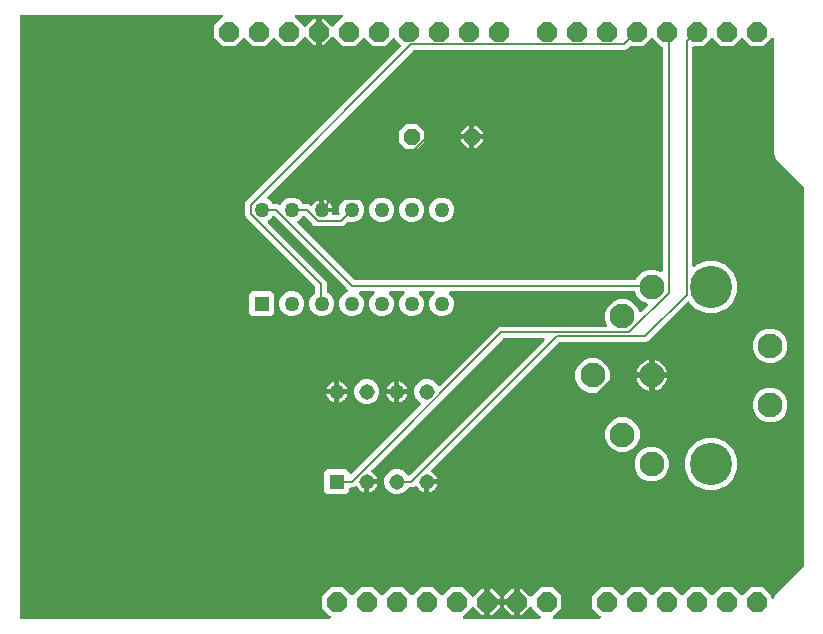
<source format=gbr>
G04 EAGLE Gerber RS-274X export*
G75*
%MOMM*%
%FSLAX34Y34*%
%LPD*%
%INBottom Copper*%
%IPPOS*%
%AMOC8*
5,1,8,0,0,1.08239X$1,22.5*%
G01*
%ADD10R,1.268000X1.268000*%
%ADD11C,1.268000*%
%ADD12C,2.100000*%
%ADD13C,3.585000*%
%ADD14R,1.308000X1.308000*%
%ADD15C,1.308000*%
%ADD16P,1.814519X8X22.500000*%
%ADD17P,1.429621X8X22.500000*%
%ADD18C,0.152400*%

G36*
X324148Y36340D02*
X324148Y36340D01*
X324287Y36353D01*
X324306Y36360D01*
X324326Y36363D01*
X324455Y36414D01*
X324586Y36461D01*
X324603Y36472D01*
X324622Y36480D01*
X324734Y36561D01*
X324850Y36639D01*
X324863Y36655D01*
X324879Y36666D01*
X324968Y36774D01*
X325060Y36878D01*
X325069Y36896D01*
X325082Y36911D01*
X325141Y37037D01*
X325205Y37161D01*
X325209Y37181D01*
X325218Y37199D01*
X325244Y37335D01*
X325274Y37471D01*
X325274Y37492D01*
X325277Y37511D01*
X325269Y37650D01*
X325265Y37789D01*
X325259Y37809D01*
X325258Y37829D01*
X325215Y37961D01*
X325176Y38095D01*
X325166Y38112D01*
X325160Y38131D01*
X325085Y38249D01*
X325015Y38369D01*
X324996Y38390D01*
X324989Y38400D01*
X324974Y38414D01*
X324908Y38489D01*
X317753Y45644D01*
X317753Y55956D01*
X325044Y63247D01*
X335356Y63247D01*
X342003Y56600D01*
X342097Y56527D01*
X342186Y56448D01*
X342222Y56430D01*
X342254Y56405D01*
X342363Y56357D01*
X342469Y56303D01*
X342508Y56295D01*
X342546Y56279D01*
X342663Y56260D01*
X342779Y56234D01*
X342820Y56235D01*
X342860Y56229D01*
X342978Y56240D01*
X343097Y56243D01*
X343136Y56255D01*
X343176Y56258D01*
X343289Y56299D01*
X343403Y56332D01*
X343438Y56352D01*
X343476Y56366D01*
X343574Y56433D01*
X343677Y56493D01*
X343722Y56533D01*
X343739Y56545D01*
X343752Y56560D01*
X343798Y56600D01*
X350444Y63247D01*
X360756Y63247D01*
X367402Y56600D01*
X367497Y56527D01*
X367586Y56448D01*
X367622Y56430D01*
X367654Y56405D01*
X367763Y56358D01*
X367869Y56303D01*
X367908Y56295D01*
X367946Y56279D01*
X368063Y56260D01*
X368179Y56234D01*
X368220Y56235D01*
X368260Y56229D01*
X368378Y56240D01*
X368497Y56243D01*
X368536Y56255D01*
X368576Y56258D01*
X368689Y56299D01*
X368803Y56332D01*
X368837Y56352D01*
X368876Y56366D01*
X368974Y56433D01*
X369077Y56493D01*
X369122Y56533D01*
X369139Y56545D01*
X369152Y56560D01*
X369197Y56600D01*
X375844Y63247D01*
X386156Y63247D01*
X392803Y56600D01*
X392897Y56527D01*
X392986Y56448D01*
X393022Y56430D01*
X393054Y56405D01*
X393163Y56357D01*
X393269Y56303D01*
X393308Y56295D01*
X393346Y56279D01*
X393463Y56260D01*
X393579Y56234D01*
X393620Y56235D01*
X393660Y56229D01*
X393778Y56240D01*
X393897Y56243D01*
X393936Y56255D01*
X393976Y56258D01*
X394089Y56299D01*
X394203Y56332D01*
X394238Y56352D01*
X394276Y56366D01*
X394374Y56433D01*
X394477Y56493D01*
X394522Y56533D01*
X394539Y56545D01*
X394552Y56560D01*
X394598Y56600D01*
X401244Y63247D01*
X411556Y63247D01*
X418203Y56600D01*
X418297Y56527D01*
X418386Y56448D01*
X418422Y56430D01*
X418454Y56405D01*
X418563Y56357D01*
X418669Y56303D01*
X418708Y56295D01*
X418746Y56279D01*
X418863Y56260D01*
X418979Y56234D01*
X419020Y56235D01*
X419060Y56229D01*
X419178Y56240D01*
X419297Y56243D01*
X419336Y56255D01*
X419376Y56258D01*
X419489Y56299D01*
X419603Y56332D01*
X419638Y56352D01*
X419676Y56366D01*
X419774Y56433D01*
X419877Y56493D01*
X419922Y56533D01*
X419939Y56545D01*
X419952Y56560D01*
X419998Y56600D01*
X426644Y63247D01*
X436956Y63247D01*
X444365Y55837D01*
X444385Y55782D01*
X444396Y55766D01*
X444404Y55747D01*
X444485Y55634D01*
X444563Y55519D01*
X444579Y55506D01*
X444590Y55489D01*
X444698Y55401D01*
X444802Y55309D01*
X444820Y55300D01*
X444835Y55287D01*
X444961Y55227D01*
X445085Y55164D01*
X445105Y55160D01*
X445123Y55151D01*
X445259Y55125D01*
X445395Y55095D01*
X445416Y55095D01*
X445435Y55091D01*
X445574Y55100D01*
X445713Y55104D01*
X445733Y55110D01*
X445753Y55111D01*
X445885Y55154D01*
X446019Y55193D01*
X446036Y55203D01*
X446055Y55209D01*
X446173Y55284D01*
X446293Y55354D01*
X446314Y55373D01*
X446324Y55379D01*
X446338Y55394D01*
X446413Y55461D01*
X452676Y61723D01*
X454701Y61723D01*
X454701Y52030D01*
X454716Y51912D01*
X454723Y51793D01*
X454735Y51755D01*
X454741Y51715D01*
X454784Y51604D01*
X454821Y51491D01*
X454843Y51457D01*
X454858Y51419D01*
X454927Y51323D01*
X454991Y51222D01*
X455021Y51194D01*
X455044Y51162D01*
X455136Y51086D01*
X455223Y51004D01*
X455258Y50985D01*
X455289Y50959D01*
X455397Y50908D01*
X455501Y50851D01*
X455541Y50841D01*
X455577Y50823D01*
X455684Y50803D01*
X455654Y50799D01*
X455544Y50755D01*
X455431Y50719D01*
X455396Y50697D01*
X455359Y50682D01*
X455262Y50612D01*
X455162Y50549D01*
X455134Y50519D01*
X455101Y50495D01*
X455025Y50404D01*
X454944Y50317D01*
X454924Y50282D01*
X454899Y50250D01*
X454848Y50143D01*
X454790Y50038D01*
X454780Y49999D01*
X454763Y49963D01*
X454741Y49846D01*
X454711Y49730D01*
X454707Y49670D01*
X454703Y49650D01*
X454705Y49630D01*
X454701Y49570D01*
X454701Y39877D01*
X452676Y39877D01*
X446413Y46139D01*
X446323Y46210D01*
X446298Y46234D01*
X446284Y46241D01*
X446197Y46313D01*
X446178Y46322D01*
X446162Y46334D01*
X446034Y46390D01*
X445909Y46449D01*
X445889Y46453D01*
X445870Y46461D01*
X445732Y46483D01*
X445596Y46509D01*
X445576Y46507D01*
X445556Y46511D01*
X445417Y46498D01*
X445279Y46489D01*
X445260Y46483D01*
X445240Y46481D01*
X445108Y46434D01*
X444977Y46391D01*
X444959Y46380D01*
X444940Y46373D01*
X444825Y46295D01*
X444708Y46221D01*
X444694Y46206D01*
X444677Y46195D01*
X444585Y46090D01*
X444490Y45989D01*
X444480Y45971D01*
X444467Y45956D01*
X444403Y45832D01*
X444365Y45763D01*
X437092Y38489D01*
X437007Y38380D01*
X436918Y38273D01*
X436909Y38254D01*
X436897Y38238D01*
X436841Y38110D01*
X436782Y37985D01*
X436779Y37965D01*
X436770Y37946D01*
X436749Y37808D01*
X436723Y37672D01*
X436724Y37652D01*
X436721Y37632D01*
X436734Y37493D01*
X436742Y37355D01*
X436749Y37336D01*
X436750Y37316D01*
X436798Y37184D01*
X436840Y37053D01*
X436851Y37035D01*
X436858Y37016D01*
X436936Y36901D01*
X437011Y36784D01*
X437025Y36770D01*
X437037Y36753D01*
X437141Y36661D01*
X437242Y36566D01*
X437260Y36556D01*
X437275Y36543D01*
X437399Y36479D01*
X437521Y36412D01*
X437540Y36407D01*
X437558Y36398D01*
X437694Y36368D01*
X437829Y36333D01*
X437857Y36331D01*
X437869Y36328D01*
X437889Y36329D01*
X437989Y36323D01*
X501811Y36323D01*
X501948Y36340D01*
X502087Y36353D01*
X502106Y36360D01*
X502126Y36363D01*
X502255Y36414D01*
X502386Y36461D01*
X502403Y36472D01*
X502422Y36480D01*
X502534Y36561D01*
X502650Y36639D01*
X502663Y36655D01*
X502679Y36666D01*
X502768Y36774D01*
X502860Y36878D01*
X502869Y36896D01*
X502882Y36911D01*
X502941Y37037D01*
X503005Y37161D01*
X503009Y37181D01*
X503018Y37199D01*
X503044Y37335D01*
X503074Y37471D01*
X503074Y37492D01*
X503077Y37511D01*
X503069Y37650D01*
X503065Y37789D01*
X503059Y37809D01*
X503058Y37829D01*
X503015Y37961D01*
X502976Y38095D01*
X502966Y38112D01*
X502960Y38131D01*
X502885Y38249D01*
X502815Y38369D01*
X502796Y38390D01*
X502789Y38400D01*
X502774Y38414D01*
X502708Y38489D01*
X495435Y45763D01*
X495415Y45818D01*
X495404Y45834D01*
X495396Y45853D01*
X495315Y45966D01*
X495237Y46081D01*
X495221Y46094D01*
X495210Y46111D01*
X495102Y46199D01*
X494998Y46291D01*
X494980Y46300D01*
X494965Y46313D01*
X494839Y46373D01*
X494715Y46436D01*
X494695Y46440D01*
X494677Y46449D01*
X494541Y46475D01*
X494405Y46505D01*
X494384Y46505D01*
X494365Y46509D01*
X494226Y46500D01*
X494087Y46496D01*
X494067Y46490D01*
X494047Y46489D01*
X493915Y46446D01*
X493781Y46407D01*
X493764Y46397D01*
X493745Y46391D01*
X493627Y46316D01*
X493507Y46246D01*
X493486Y46227D01*
X493476Y46221D01*
X493462Y46206D01*
X493387Y46139D01*
X487124Y39877D01*
X485099Y39877D01*
X485099Y49570D01*
X485084Y49688D01*
X485077Y49807D01*
X485064Y49845D01*
X485059Y49885D01*
X485016Y49996D01*
X484979Y50109D01*
X484957Y50143D01*
X484942Y50181D01*
X484873Y50277D01*
X484809Y50378D01*
X484779Y50406D01*
X484756Y50438D01*
X484664Y50514D01*
X484577Y50596D01*
X484542Y50615D01*
X484511Y50641D01*
X484403Y50692D01*
X484299Y50749D01*
X484259Y50759D01*
X484223Y50777D01*
X484116Y50797D01*
X484146Y50801D01*
X484256Y50845D01*
X484369Y50881D01*
X484404Y50903D01*
X484441Y50918D01*
X484537Y50988D01*
X484638Y51051D01*
X484666Y51081D01*
X484699Y51105D01*
X484775Y51196D01*
X484856Y51283D01*
X484876Y51318D01*
X484901Y51350D01*
X484952Y51457D01*
X485010Y51562D01*
X485020Y51601D01*
X485037Y51637D01*
X485059Y51754D01*
X485089Y51870D01*
X485093Y51930D01*
X485097Y51950D01*
X485095Y51970D01*
X485099Y52030D01*
X485099Y61723D01*
X487124Y61723D01*
X493387Y55461D01*
X493496Y55375D01*
X493603Y55287D01*
X493622Y55278D01*
X493638Y55266D01*
X493766Y55210D01*
X493891Y55151D01*
X493911Y55147D01*
X493930Y55139D01*
X494068Y55117D01*
X494204Y55091D01*
X494224Y55093D01*
X494244Y55089D01*
X494383Y55102D01*
X494521Y55111D01*
X494540Y55117D01*
X494560Y55119D01*
X494692Y55166D01*
X494823Y55209D01*
X494841Y55220D01*
X494860Y55227D01*
X494975Y55305D01*
X495092Y55379D01*
X495106Y55394D01*
X495123Y55405D01*
X495215Y55510D01*
X495310Y55611D01*
X495320Y55629D01*
X495333Y55644D01*
X495397Y55768D01*
X495435Y55837D01*
X502844Y63247D01*
X513156Y63247D01*
X520447Y55956D01*
X520447Y45644D01*
X513292Y38489D01*
X513207Y38380D01*
X513118Y38273D01*
X513109Y38254D01*
X513097Y38238D01*
X513041Y38110D01*
X512982Y37985D01*
X512979Y37965D01*
X512970Y37946D01*
X512949Y37808D01*
X512923Y37672D01*
X512924Y37652D01*
X512921Y37632D01*
X512934Y37493D01*
X512942Y37355D01*
X512949Y37336D01*
X512950Y37316D01*
X512998Y37184D01*
X513040Y37053D01*
X513051Y37035D01*
X513058Y37016D01*
X513136Y36901D01*
X513211Y36784D01*
X513225Y36770D01*
X513237Y36753D01*
X513341Y36661D01*
X513442Y36566D01*
X513460Y36556D01*
X513475Y36543D01*
X513599Y36479D01*
X513721Y36412D01*
X513740Y36407D01*
X513758Y36398D01*
X513894Y36368D01*
X514029Y36333D01*
X514057Y36331D01*
X514069Y36328D01*
X514089Y36329D01*
X514189Y36323D01*
X552611Y36323D01*
X552748Y36340D01*
X552887Y36353D01*
X552906Y36360D01*
X552926Y36363D01*
X553055Y36414D01*
X553186Y36461D01*
X553203Y36472D01*
X553222Y36480D01*
X553334Y36561D01*
X553450Y36639D01*
X553463Y36655D01*
X553479Y36666D01*
X553568Y36774D01*
X553660Y36878D01*
X553669Y36896D01*
X553682Y36911D01*
X553741Y37037D01*
X553805Y37161D01*
X553809Y37181D01*
X553818Y37199D01*
X553844Y37335D01*
X553874Y37471D01*
X553874Y37492D01*
X553877Y37511D01*
X553869Y37650D01*
X553865Y37789D01*
X553859Y37809D01*
X553858Y37829D01*
X553815Y37961D01*
X553776Y38095D01*
X553766Y38112D01*
X553760Y38131D01*
X553685Y38249D01*
X553615Y38369D01*
X553596Y38390D01*
X553589Y38400D01*
X553574Y38414D01*
X553508Y38489D01*
X546353Y45644D01*
X546353Y55956D01*
X553644Y63247D01*
X563956Y63247D01*
X570603Y56600D01*
X570697Y56527D01*
X570786Y56448D01*
X570822Y56430D01*
X570854Y56405D01*
X570963Y56357D01*
X571069Y56303D01*
X571108Y56295D01*
X571146Y56279D01*
X571263Y56260D01*
X571379Y56234D01*
X571420Y56235D01*
X571460Y56229D01*
X571578Y56240D01*
X571697Y56243D01*
X571736Y56255D01*
X571776Y56258D01*
X571889Y56299D01*
X572003Y56332D01*
X572038Y56352D01*
X572076Y56366D01*
X572174Y56433D01*
X572277Y56493D01*
X572322Y56533D01*
X572339Y56545D01*
X572352Y56560D01*
X572398Y56600D01*
X579044Y63247D01*
X589356Y63247D01*
X596002Y56600D01*
X596097Y56527D01*
X596186Y56448D01*
X596222Y56430D01*
X596254Y56405D01*
X596363Y56358D01*
X596469Y56303D01*
X596508Y56295D01*
X596546Y56279D01*
X596663Y56260D01*
X596779Y56234D01*
X596820Y56235D01*
X596860Y56229D01*
X596978Y56240D01*
X597097Y56243D01*
X597136Y56255D01*
X597176Y56258D01*
X597289Y56299D01*
X597403Y56332D01*
X597437Y56352D01*
X597476Y56366D01*
X597574Y56433D01*
X597677Y56493D01*
X597722Y56533D01*
X597739Y56545D01*
X597752Y56560D01*
X597797Y56600D01*
X604444Y63247D01*
X614756Y63247D01*
X621402Y56600D01*
X621497Y56527D01*
X621586Y56448D01*
X621622Y56430D01*
X621654Y56405D01*
X621763Y56358D01*
X621869Y56303D01*
X621908Y56295D01*
X621946Y56279D01*
X622063Y56260D01*
X622179Y56234D01*
X622220Y56235D01*
X622260Y56229D01*
X622378Y56240D01*
X622497Y56243D01*
X622536Y56255D01*
X622576Y56258D01*
X622689Y56299D01*
X622803Y56332D01*
X622837Y56352D01*
X622876Y56366D01*
X622974Y56433D01*
X623077Y56493D01*
X623122Y56533D01*
X623139Y56545D01*
X623152Y56560D01*
X623197Y56600D01*
X629844Y63247D01*
X640156Y63247D01*
X646802Y56600D01*
X646897Y56527D01*
X646986Y56448D01*
X647022Y56430D01*
X647054Y56405D01*
X647163Y56358D01*
X647269Y56303D01*
X647308Y56295D01*
X647346Y56279D01*
X647463Y56260D01*
X647579Y56234D01*
X647620Y56235D01*
X647660Y56229D01*
X647778Y56240D01*
X647897Y56243D01*
X647936Y56255D01*
X647976Y56258D01*
X648089Y56299D01*
X648203Y56332D01*
X648237Y56352D01*
X648276Y56366D01*
X648374Y56433D01*
X648477Y56493D01*
X648522Y56533D01*
X648539Y56545D01*
X648552Y56560D01*
X648597Y56600D01*
X655244Y63247D01*
X665556Y63247D01*
X672202Y56600D01*
X672297Y56527D01*
X672386Y56448D01*
X672422Y56430D01*
X672454Y56405D01*
X672563Y56358D01*
X672669Y56303D01*
X672708Y56295D01*
X672746Y56279D01*
X672863Y56260D01*
X672979Y56234D01*
X673020Y56235D01*
X673060Y56229D01*
X673178Y56240D01*
X673297Y56243D01*
X673336Y56255D01*
X673376Y56258D01*
X673489Y56299D01*
X673603Y56332D01*
X673637Y56352D01*
X673676Y56366D01*
X673774Y56433D01*
X673877Y56493D01*
X673922Y56533D01*
X673939Y56545D01*
X673952Y56560D01*
X673997Y56600D01*
X680644Y63247D01*
X690956Y63247D01*
X698247Y55956D01*
X698247Y54451D01*
X698255Y54382D01*
X698254Y54312D01*
X698275Y54225D01*
X698287Y54136D01*
X698312Y54071D01*
X698329Y54003D01*
X698371Y53924D01*
X698404Y53840D01*
X698445Y53784D01*
X698477Y53722D01*
X698538Y53655D01*
X698590Y53583D01*
X698644Y53538D01*
X698691Y53487D01*
X698766Y53437D01*
X698835Y53380D01*
X698899Y53350D01*
X698957Y53312D01*
X699042Y53283D01*
X699123Y53245D01*
X699192Y53231D01*
X699258Y53209D01*
X699347Y53202D01*
X699435Y53185D01*
X699505Y53189D01*
X699575Y53184D01*
X699663Y53199D01*
X699753Y53204D01*
X699819Y53226D01*
X699888Y53238D01*
X699970Y53275D01*
X700055Y53303D01*
X700114Y53340D01*
X700178Y53369D01*
X700248Y53425D01*
X700324Y53473D01*
X700372Y53524D01*
X700426Y53567D01*
X700481Y53639D01*
X700542Y53704D01*
X700576Y53765D01*
X700618Y53821D01*
X700689Y53966D01*
X701940Y56987D01*
X725306Y80353D01*
X725366Y80431D01*
X725434Y80503D01*
X725463Y80556D01*
X725500Y80604D01*
X725540Y80695D01*
X725588Y80781D01*
X725603Y80840D01*
X725627Y80896D01*
X725642Y80994D01*
X725667Y81089D01*
X725673Y81189D01*
X725677Y81210D01*
X725675Y81222D01*
X725677Y81250D01*
X725677Y401350D01*
X725665Y401448D01*
X725662Y401547D01*
X725645Y401605D01*
X725637Y401665D01*
X725601Y401758D01*
X725573Y401853D01*
X725543Y401905D01*
X725520Y401961D01*
X725462Y402041D01*
X725412Y402127D01*
X725346Y402202D01*
X725334Y402218D01*
X725324Y402226D01*
X725306Y402247D01*
X701940Y425613D01*
X700277Y429627D01*
X700277Y527211D01*
X700260Y527348D01*
X700247Y527487D01*
X700240Y527506D01*
X700237Y527526D01*
X700186Y527655D01*
X700139Y527786D01*
X700128Y527803D01*
X700120Y527822D01*
X700039Y527934D01*
X699961Y528050D01*
X699945Y528063D01*
X699934Y528079D01*
X699826Y528168D01*
X699722Y528260D01*
X699704Y528269D01*
X699689Y528282D01*
X699563Y528341D01*
X699439Y528405D01*
X699419Y528409D01*
X699401Y528418D01*
X699265Y528444D01*
X699129Y528474D01*
X699108Y528474D01*
X699089Y528477D01*
X698950Y528469D01*
X698811Y528465D01*
X698791Y528459D01*
X698771Y528458D01*
X698639Y528415D01*
X698505Y528376D01*
X698488Y528366D01*
X698469Y528360D01*
X698351Y528285D01*
X698231Y528215D01*
X698210Y528196D01*
X698200Y528189D01*
X698186Y528174D01*
X698111Y528108D01*
X690956Y520953D01*
X680644Y520953D01*
X673997Y527600D01*
X673903Y527673D01*
X673814Y527752D01*
X673778Y527770D01*
X673746Y527795D01*
X673637Y527843D01*
X673531Y527897D01*
X673492Y527905D01*
X673454Y527921D01*
X673337Y527940D01*
X673221Y527966D01*
X673180Y527965D01*
X673140Y527971D01*
X673022Y527960D01*
X672903Y527957D01*
X672864Y527945D01*
X672824Y527942D01*
X672711Y527901D01*
X672597Y527868D01*
X672562Y527848D01*
X672524Y527834D01*
X672426Y527767D01*
X672323Y527707D01*
X672278Y527667D01*
X672261Y527655D01*
X672248Y527640D01*
X672202Y527600D01*
X665556Y520953D01*
X655244Y520953D01*
X648598Y527600D01*
X648503Y527673D01*
X648414Y527752D01*
X648378Y527770D01*
X648346Y527795D01*
X648237Y527842D01*
X648131Y527897D01*
X648092Y527905D01*
X648054Y527921D01*
X647937Y527940D01*
X647821Y527966D01*
X647780Y527965D01*
X647740Y527971D01*
X647622Y527960D01*
X647503Y527957D01*
X647464Y527945D01*
X647424Y527942D01*
X647311Y527901D01*
X647197Y527868D01*
X647163Y527848D01*
X647124Y527834D01*
X647026Y527767D01*
X646923Y527707D01*
X646878Y527667D01*
X646861Y527655D01*
X646848Y527640D01*
X646803Y527600D01*
X640156Y520953D01*
X632460Y520953D01*
X632342Y520938D01*
X632223Y520931D01*
X632185Y520918D01*
X632144Y520913D01*
X632034Y520870D01*
X631921Y520833D01*
X631886Y520811D01*
X631849Y520796D01*
X631753Y520727D01*
X631652Y520663D01*
X631624Y520633D01*
X631591Y520610D01*
X631515Y520518D01*
X631434Y520431D01*
X631414Y520396D01*
X631389Y520365D01*
X631338Y520257D01*
X631280Y520153D01*
X631270Y520113D01*
X631253Y520077D01*
X631231Y519960D01*
X631201Y519845D01*
X631197Y519785D01*
X631193Y519765D01*
X631195Y519744D01*
X631191Y519684D01*
X631191Y335653D01*
X631208Y335515D01*
X631221Y335377D01*
X631228Y335358D01*
X631231Y335338D01*
X631282Y335208D01*
X631329Y335078D01*
X631340Y335061D01*
X631348Y335042D01*
X631429Y334929D01*
X631507Y334814D01*
X631523Y334801D01*
X631534Y334785D01*
X631642Y334696D01*
X631746Y334604D01*
X631764Y334595D01*
X631779Y334582D01*
X631905Y334523D01*
X632029Y334459D01*
X632049Y334455D01*
X632067Y334446D01*
X632204Y334420D01*
X632339Y334390D01*
X632360Y334390D01*
X632379Y334386D01*
X632518Y334395D01*
X632657Y334399D01*
X632677Y334405D01*
X632697Y334406D01*
X632829Y334449D01*
X632963Y334488D01*
X632980Y334498D01*
X632999Y334504D01*
X633117Y334579D01*
X633237Y334649D01*
X633258Y334668D01*
X633268Y334674D01*
X633282Y334689D01*
X633357Y334756D01*
X634744Y336142D01*
X642826Y339490D01*
X651574Y339490D01*
X659656Y336142D01*
X665842Y329956D01*
X669190Y321874D01*
X669190Y313126D01*
X665842Y305044D01*
X659656Y298858D01*
X651574Y295510D01*
X642826Y295510D01*
X634744Y298858D01*
X628845Y304756D01*
X628751Y304829D01*
X628662Y304908D01*
X628626Y304927D01*
X628594Y304951D01*
X628485Y304999D01*
X628379Y305053D01*
X628339Y305062D01*
X628302Y305078D01*
X628185Y305096D01*
X628069Y305122D01*
X628028Y305121D01*
X627988Y305128D01*
X627870Y305116D01*
X627751Y305113D01*
X627712Y305102D01*
X627672Y305098D01*
X627559Y305057D01*
X627445Y305024D01*
X627410Y305004D01*
X627372Y304990D01*
X627274Y304923D01*
X627171Y304863D01*
X627126Y304823D01*
X627109Y304812D01*
X627096Y304796D01*
X627050Y304756D01*
X594046Y271752D01*
X592272Y271017D01*
X519161Y271017D01*
X519063Y271005D01*
X518964Y271002D01*
X518906Y270985D01*
X518846Y270977D01*
X518753Y270941D01*
X518658Y270913D01*
X518606Y270883D01*
X518550Y270860D01*
X518470Y270802D01*
X518384Y270752D01*
X518309Y270686D01*
X518292Y270674D01*
X518285Y270664D01*
X518264Y270646D01*
X410159Y162541D01*
X410047Y162396D01*
X409964Y162290D01*
X409894Y162128D01*
X409838Y161998D01*
X409806Y161796D01*
X409788Y161684D01*
X409805Y161504D01*
X409818Y161368D01*
X409818Y161367D01*
X409879Y161196D01*
X409925Y161068D01*
X410020Y160928D01*
X410103Y160805D01*
X410104Y160805D01*
X410239Y160685D01*
X410342Y160595D01*
X410342Y160594D01*
X410343Y160594D01*
X410480Y160513D01*
X411159Y160167D01*
X412316Y159326D01*
X413326Y158316D01*
X414167Y157159D01*
X414815Y155886D01*
X415257Y154526D01*
X415277Y154399D01*
X407130Y154399D01*
X407012Y154384D01*
X406893Y154377D01*
X406855Y154364D01*
X406815Y154359D01*
X406704Y154316D01*
X406591Y154279D01*
X406557Y154257D01*
X406519Y154242D01*
X406423Y154173D01*
X406322Y154109D01*
X406294Y154079D01*
X406262Y154056D01*
X406186Y153964D01*
X406104Y153877D01*
X406085Y153842D01*
X406059Y153811D01*
X406008Y153703D01*
X405951Y153599D01*
X405941Y153559D01*
X405923Y153523D01*
X405901Y153406D01*
X405871Y153291D01*
X405867Y153231D01*
X405864Y153211D01*
X405865Y153190D01*
X405864Y153176D01*
X405864Y153174D01*
X405864Y153172D01*
X405861Y153130D01*
X405861Y152939D01*
X405670Y152939D01*
X405552Y152924D01*
X405433Y152917D01*
X405395Y152904D01*
X405354Y152899D01*
X405244Y152855D01*
X405131Y152819D01*
X405096Y152797D01*
X405059Y152782D01*
X404962Y152712D01*
X404862Y152649D01*
X404834Y152619D01*
X404801Y152595D01*
X404725Y152504D01*
X404644Y152417D01*
X404624Y152382D01*
X404599Y152350D01*
X404548Y152243D01*
X404490Y152138D01*
X404480Y152099D01*
X404463Y152063D01*
X404441Y151946D01*
X404411Y151830D01*
X404407Y151770D01*
X404403Y151750D01*
X404405Y151730D01*
X404401Y151670D01*
X404401Y143523D01*
X404274Y143543D01*
X402914Y143985D01*
X401641Y144633D01*
X400484Y145474D01*
X399474Y146484D01*
X398633Y147641D01*
X398287Y148320D01*
X398226Y148411D01*
X398109Y148582D01*
X398109Y148583D01*
X398009Y148671D01*
X397871Y148793D01*
X397870Y148793D01*
X397751Y148854D01*
X397588Y148937D01*
X397587Y148937D01*
X397587Y148938D01*
X397438Y148971D01*
X397277Y149007D01*
X397137Y149003D01*
X396959Y148997D01*
X396820Y148957D01*
X396654Y148909D01*
X396653Y148909D01*
X396522Y148831D01*
X396380Y148747D01*
X396379Y148747D01*
X396259Y148641D01*
X395926Y148308D01*
X394152Y147573D01*
X391327Y147573D01*
X391298Y147570D01*
X391268Y147572D01*
X391141Y147550D01*
X391012Y147533D01*
X390984Y147523D01*
X390955Y147517D01*
X390837Y147464D01*
X390716Y147416D01*
X390692Y147399D01*
X390665Y147387D01*
X390564Y147306D01*
X390459Y147230D01*
X390440Y147207D01*
X390417Y147188D01*
X390339Y147085D01*
X390256Y146985D01*
X390243Y146958D01*
X390226Y146934D01*
X390155Y146790D01*
X389990Y146393D01*
X387007Y143410D01*
X383109Y141795D01*
X378891Y141795D01*
X374993Y143410D01*
X372010Y146393D01*
X370395Y150291D01*
X370395Y154509D01*
X372010Y158407D01*
X374993Y161390D01*
X378891Y163005D01*
X383109Y163005D01*
X387007Y161390D01*
X389998Y158399D01*
X390003Y158387D01*
X390064Y158296D01*
X390119Y158201D01*
X390153Y158165D01*
X390181Y158124D01*
X390264Y158051D01*
X390340Y157973D01*
X390382Y157946D01*
X390420Y157914D01*
X390518Y157864D01*
X390611Y157806D01*
X390659Y157792D01*
X390703Y157769D01*
X390810Y157745D01*
X390915Y157713D01*
X390965Y157710D01*
X391013Y157699D01*
X391123Y157703D01*
X391233Y157697D01*
X391281Y157708D01*
X391331Y157709D01*
X391437Y157740D01*
X391544Y157762D01*
X391589Y157784D01*
X391637Y157797D01*
X391731Y157853D01*
X391830Y157901D01*
X391868Y157934D01*
X391911Y157959D01*
X392031Y158065D01*
X505865Y271899D01*
X505950Y272008D01*
X506038Y272115D01*
X506047Y272134D01*
X506059Y272150D01*
X506115Y272278D01*
X506174Y272403D01*
X506178Y272423D01*
X506186Y272442D01*
X506208Y272580D01*
X506234Y272716D01*
X506232Y272736D01*
X506236Y272756D01*
X506223Y272895D01*
X506214Y273033D01*
X506208Y273052D01*
X506206Y273072D01*
X506159Y273204D01*
X506116Y273335D01*
X506105Y273353D01*
X506098Y273372D01*
X506020Y273487D01*
X505946Y273604D01*
X505931Y273618D01*
X505920Y273635D01*
X505816Y273727D01*
X505714Y273822D01*
X505696Y273832D01*
X505681Y273845D01*
X505558Y273908D01*
X505436Y273976D01*
X505416Y273981D01*
X505398Y273990D01*
X505262Y274020D01*
X505128Y274055D01*
X505100Y274057D01*
X505088Y274060D01*
X505067Y274059D01*
X504967Y274065D01*
X471917Y274065D01*
X471819Y274053D01*
X471720Y274050D01*
X471662Y274033D01*
X471602Y274025D01*
X471509Y273989D01*
X471414Y273961D01*
X471362Y273931D01*
X471306Y273908D01*
X471226Y273850D01*
X471140Y273800D01*
X471065Y273734D01*
X471048Y273722D01*
X471041Y273712D01*
X471020Y273694D01*
X359695Y162369D01*
X359570Y162208D01*
X359501Y162119D01*
X359501Y162118D01*
X359435Y161966D01*
X359374Y161827D01*
X359374Y161826D01*
X359341Y161618D01*
X359324Y161513D01*
X359324Y161512D01*
X359343Y161310D01*
X359354Y161196D01*
X359415Y161027D01*
X359462Y160897D01*
X359462Y160896D01*
X359589Y160709D01*
X359640Y160634D01*
X359640Y160633D01*
X359764Y160524D01*
X359878Y160423D01*
X359879Y160423D01*
X359879Y160422D01*
X360017Y160341D01*
X360359Y160167D01*
X361516Y159326D01*
X362526Y158316D01*
X363367Y157159D01*
X364015Y155886D01*
X364457Y154526D01*
X364477Y154399D01*
X356330Y154399D01*
X356212Y154384D01*
X356093Y154377D01*
X356055Y154364D01*
X356015Y154359D01*
X355904Y154316D01*
X355791Y154279D01*
X355757Y154257D01*
X355719Y154242D01*
X355623Y154173D01*
X355522Y154109D01*
X355494Y154079D01*
X355462Y154056D01*
X355386Y153964D01*
X355304Y153877D01*
X355285Y153842D01*
X355259Y153811D01*
X355208Y153703D01*
X355151Y153599D01*
X355141Y153559D01*
X355123Y153523D01*
X355101Y153406D01*
X355071Y153291D01*
X355067Y153231D01*
X355064Y153211D01*
X355065Y153190D01*
X355064Y153176D01*
X355064Y153174D01*
X355064Y153172D01*
X355061Y153130D01*
X355061Y152939D01*
X354870Y152939D01*
X354752Y152924D01*
X354633Y152917D01*
X354595Y152904D01*
X354554Y152899D01*
X354444Y152855D01*
X354331Y152819D01*
X354296Y152797D01*
X354259Y152782D01*
X354162Y152712D01*
X354062Y152649D01*
X354034Y152619D01*
X354001Y152595D01*
X353925Y152504D01*
X353844Y152417D01*
X353824Y152382D01*
X353799Y152350D01*
X353748Y152243D01*
X353690Y152138D01*
X353680Y152099D01*
X353663Y152063D01*
X353641Y151946D01*
X353611Y151830D01*
X353607Y151770D01*
X353603Y151750D01*
X353605Y151730D01*
X353601Y151670D01*
X353601Y143523D01*
X353474Y143543D01*
X352114Y143985D01*
X350841Y144633D01*
X349684Y145474D01*
X348674Y146484D01*
X347833Y147641D01*
X347659Y147983D01*
X347563Y148124D01*
X347481Y148246D01*
X347480Y148246D01*
X347351Y148360D01*
X347242Y148456D01*
X347242Y148457D01*
X347066Y148546D01*
X346959Y148601D01*
X346958Y148601D01*
X346748Y148648D01*
X346649Y148671D01*
X346648Y148671D01*
X346453Y148665D01*
X346331Y148661D01*
X346330Y148661D01*
X346139Y148605D01*
X346025Y148572D01*
X345846Y148467D01*
X345751Y148411D01*
X345750Y148410D01*
X345635Y148308D01*
X343860Y147573D01*
X342074Y147573D01*
X341956Y147558D01*
X341837Y147551D01*
X341799Y147538D01*
X341758Y147533D01*
X341648Y147490D01*
X341535Y147453D01*
X341500Y147431D01*
X341463Y147416D01*
X341367Y147347D01*
X341266Y147283D01*
X341238Y147253D01*
X341205Y147230D01*
X341129Y147138D01*
X341048Y147051D01*
X341028Y147016D01*
X341003Y146985D01*
X340952Y146877D01*
X340894Y146773D01*
X340884Y146733D01*
X340867Y146697D01*
X340845Y146580D01*
X340815Y146465D01*
X340811Y146405D01*
X340807Y146385D01*
X340809Y146364D01*
X340805Y146304D01*
X340805Y144176D01*
X338424Y141795D01*
X321976Y141795D01*
X319595Y144176D01*
X319595Y160624D01*
X321976Y163005D01*
X338424Y163005D01*
X340805Y160624D01*
X340805Y160195D01*
X340822Y160057D01*
X340835Y159919D01*
X340842Y159900D01*
X340845Y159879D01*
X340896Y159750D01*
X340943Y159619D01*
X340954Y159603D01*
X340962Y159584D01*
X341043Y159472D01*
X341121Y159356D01*
X341137Y159343D01*
X341148Y159326D01*
X341256Y159238D01*
X341360Y159146D01*
X341378Y159137D01*
X341393Y159124D01*
X341519Y159064D01*
X341643Y159001D01*
X341663Y158997D01*
X341681Y158988D01*
X341817Y158962D01*
X341953Y158931D01*
X341974Y158932D01*
X341993Y158928D01*
X342132Y158937D01*
X342271Y158941D01*
X342291Y158947D01*
X342311Y158948D01*
X342443Y158991D01*
X342577Y159030D01*
X342594Y159040D01*
X342613Y159046D01*
X342731Y159120D01*
X342851Y159191D01*
X342872Y159210D01*
X342882Y159216D01*
X342896Y159231D01*
X342971Y159297D01*
X401094Y217420D01*
X401124Y217459D01*
X401161Y217493D01*
X401221Y217584D01*
X401289Y217671D01*
X401309Y217717D01*
X401336Y217758D01*
X401371Y217862D01*
X401415Y217963D01*
X401423Y218012D01*
X401439Y218059D01*
X401448Y218168D01*
X401465Y218277D01*
X401460Y218327D01*
X401464Y218376D01*
X401445Y218484D01*
X401435Y218594D01*
X401418Y218640D01*
X401410Y218689D01*
X401365Y218790D01*
X401328Y218893D01*
X401300Y218934D01*
X401279Y218979D01*
X401211Y219065D01*
X401149Y219156D01*
X401112Y219189D01*
X401081Y219228D01*
X400993Y219294D01*
X400911Y219367D01*
X400866Y219389D01*
X400827Y219419D01*
X400682Y219490D01*
X400393Y219610D01*
X397410Y222593D01*
X395795Y226491D01*
X395795Y230709D01*
X397410Y234607D01*
X400393Y237590D01*
X404291Y239205D01*
X408509Y239205D01*
X412407Y237590D01*
X415390Y234607D01*
X415510Y234318D01*
X415535Y234275D01*
X415551Y234228D01*
X415613Y234137D01*
X415668Y234042D01*
X415702Y234006D01*
X415730Y233965D01*
X415812Y233892D01*
X415889Y233813D01*
X415931Y233787D01*
X415968Y233754D01*
X416066Y233704D01*
X416160Y233647D01*
X416207Y233632D01*
X416252Y233610D01*
X416359Y233586D01*
X416464Y233553D01*
X416514Y233551D01*
X416562Y233540D01*
X416672Y233544D01*
X416782Y233538D01*
X416830Y233548D01*
X416880Y233550D01*
X416985Y233580D01*
X417093Y233603D01*
X417138Y233624D01*
X417185Y233638D01*
X417280Y233694D01*
X417379Y233742D01*
X417416Y233774D01*
X417459Y233800D01*
X417580Y233906D01*
X466658Y282984D01*
X468432Y283719D01*
X557973Y283719D01*
X558022Y283725D01*
X558072Y283723D01*
X558179Y283745D01*
X558289Y283759D01*
X558335Y283777D01*
X558383Y283787D01*
X558482Y283835D01*
X558584Y283876D01*
X558624Y283905D01*
X558669Y283927D01*
X558753Y283998D01*
X558842Y284062D01*
X558873Y284101D01*
X558911Y284133D01*
X558974Y284223D01*
X559044Y284307D01*
X559066Y284352D01*
X559094Y284393D01*
X559133Y284496D01*
X559180Y284595D01*
X559189Y284644D01*
X559207Y284690D01*
X559219Y284800D01*
X559240Y284907D01*
X559237Y284957D01*
X559242Y285006D01*
X559227Y285115D01*
X559220Y285225D01*
X559205Y285272D01*
X559198Y285321D01*
X559146Y285474D01*
X557435Y289603D01*
X557435Y295397D01*
X559653Y300750D01*
X563750Y304847D01*
X569103Y307065D01*
X574897Y307065D01*
X580250Y304847D01*
X584347Y300750D01*
X586046Y296650D01*
X586070Y296607D01*
X586087Y296560D01*
X586149Y296469D01*
X586203Y296374D01*
X586238Y296338D01*
X586266Y296297D01*
X586348Y296224D01*
X586425Y296145D01*
X586467Y296119D01*
X586504Y296086D01*
X586602Y296036D01*
X586696Y295979D01*
X586743Y295964D01*
X586788Y295942D01*
X586895Y295918D01*
X587000Y295885D01*
X587049Y295883D01*
X587098Y295872D01*
X587208Y295875D01*
X587317Y295870D01*
X587366Y295880D01*
X587416Y295882D01*
X587521Y295912D01*
X587629Y295934D01*
X587674Y295956D01*
X587721Y295970D01*
X587816Y296026D01*
X587915Y296074D01*
X587952Y296106D01*
X587995Y296132D01*
X588116Y296238D01*
X593233Y301355D01*
X593263Y301394D01*
X593300Y301427D01*
X593360Y301519D01*
X593428Y301606D01*
X593447Y301652D01*
X593475Y301693D01*
X593510Y301797D01*
X593554Y301898D01*
X593562Y301947D01*
X593578Y301994D01*
X593587Y302103D01*
X593604Y302212D01*
X593599Y302261D01*
X593603Y302311D01*
X593584Y302419D01*
X593574Y302529D01*
X593557Y302575D01*
X593549Y302624D01*
X593504Y302724D01*
X593466Y302828D01*
X593438Y302869D01*
X593418Y302914D01*
X593350Y303000D01*
X593288Y303091D01*
X593251Y303124D01*
X593220Y303163D01*
X593132Y303229D01*
X593049Y303301D01*
X593005Y303324D01*
X592965Y303354D01*
X592821Y303425D01*
X588650Y305153D01*
X584553Y309250D01*
X583038Y312906D01*
X583024Y312931D01*
X583015Y312959D01*
X582945Y313069D01*
X582881Y313182D01*
X582860Y313203D01*
X582844Y313228D01*
X582750Y313317D01*
X582659Y313410D01*
X582634Y313426D01*
X582613Y313446D01*
X582499Y313509D01*
X582388Y313577D01*
X582360Y313585D01*
X582334Y313600D01*
X582209Y313632D01*
X582084Y313670D01*
X582055Y313672D01*
X582026Y313679D01*
X581866Y313689D01*
X426389Y313689D01*
X426252Y313672D01*
X426113Y313659D01*
X426094Y313652D01*
X426074Y313649D01*
X425945Y313598D01*
X425814Y313551D01*
X425797Y313540D01*
X425778Y313532D01*
X425666Y313451D01*
X425551Y313373D01*
X425537Y313357D01*
X425521Y313346D01*
X425432Y313238D01*
X425340Y313134D01*
X425331Y313116D01*
X425318Y313101D01*
X425259Y312975D01*
X425196Y312851D01*
X425191Y312831D01*
X425183Y312813D01*
X425156Y312677D01*
X425126Y312541D01*
X425127Y312520D01*
X425123Y312501D01*
X425131Y312362D01*
X425136Y312223D01*
X425141Y312203D01*
X425143Y312183D01*
X425185Y312051D01*
X425224Y311917D01*
X425234Y311900D01*
X425241Y311881D01*
X425315Y311763D01*
X425386Y311643D01*
X425404Y311622D01*
X425411Y311612D01*
X425426Y311598D01*
X425492Y311523D01*
X427921Y309094D01*
X429505Y305270D01*
X429505Y301130D01*
X427921Y297306D01*
X424994Y294379D01*
X421170Y292795D01*
X417030Y292795D01*
X413206Y294379D01*
X410279Y297306D01*
X408695Y301130D01*
X408695Y305270D01*
X410279Y309094D01*
X412708Y311523D01*
X412793Y311632D01*
X412882Y311739D01*
X412891Y311758D01*
X412903Y311774D01*
X412958Y311902D01*
X413017Y312027D01*
X413021Y312047D01*
X413029Y312066D01*
X413051Y312204D01*
X413077Y312340D01*
X413076Y312360D01*
X413079Y312380D01*
X413066Y312519D01*
X413057Y312657D01*
X413051Y312676D01*
X413049Y312696D01*
X413002Y312827D01*
X412959Y312959D01*
X412949Y312977D01*
X412942Y312996D01*
X412864Y313111D01*
X412789Y313228D01*
X412774Y313242D01*
X412763Y313259D01*
X412659Y313351D01*
X412558Y313446D01*
X412540Y313456D01*
X412525Y313469D01*
X412401Y313533D01*
X412279Y313600D01*
X412260Y313605D01*
X412241Y313614D01*
X412106Y313644D01*
X411971Y313679D01*
X411943Y313681D01*
X411931Y313684D01*
X411911Y313683D01*
X411811Y313689D01*
X400989Y313689D01*
X400852Y313672D01*
X400713Y313659D01*
X400694Y313652D01*
X400674Y313649D01*
X400545Y313598D01*
X400414Y313551D01*
X400397Y313540D01*
X400378Y313532D01*
X400266Y313451D01*
X400151Y313373D01*
X400137Y313357D01*
X400121Y313346D01*
X400032Y313238D01*
X399940Y313134D01*
X399931Y313116D01*
X399918Y313101D01*
X399859Y312975D01*
X399796Y312851D01*
X399791Y312831D01*
X399783Y312813D01*
X399756Y312677D01*
X399726Y312541D01*
X399727Y312520D01*
X399723Y312501D01*
X399731Y312362D01*
X399736Y312223D01*
X399741Y312203D01*
X399743Y312183D01*
X399785Y312051D01*
X399824Y311917D01*
X399834Y311900D01*
X399841Y311881D01*
X399915Y311763D01*
X399986Y311643D01*
X400004Y311622D01*
X400011Y311612D01*
X400026Y311598D01*
X400092Y311523D01*
X402521Y309094D01*
X404105Y305270D01*
X404105Y301130D01*
X402521Y297306D01*
X399594Y294379D01*
X395770Y292795D01*
X391630Y292795D01*
X387806Y294379D01*
X384879Y297306D01*
X383295Y301130D01*
X383295Y305270D01*
X384879Y309094D01*
X387308Y311523D01*
X387393Y311632D01*
X387482Y311739D01*
X387491Y311758D01*
X387503Y311774D01*
X387558Y311902D01*
X387617Y312027D01*
X387621Y312047D01*
X387629Y312066D01*
X387651Y312204D01*
X387677Y312340D01*
X387676Y312360D01*
X387679Y312380D01*
X387666Y312519D01*
X387657Y312657D01*
X387651Y312676D01*
X387649Y312696D01*
X387602Y312827D01*
X387559Y312959D01*
X387549Y312977D01*
X387542Y312996D01*
X387464Y313111D01*
X387389Y313228D01*
X387374Y313242D01*
X387363Y313259D01*
X387259Y313351D01*
X387158Y313446D01*
X387140Y313456D01*
X387125Y313469D01*
X387001Y313533D01*
X386879Y313600D01*
X386860Y313605D01*
X386841Y313614D01*
X386706Y313644D01*
X386571Y313679D01*
X386543Y313681D01*
X386531Y313684D01*
X386511Y313683D01*
X386411Y313689D01*
X375589Y313689D01*
X375452Y313672D01*
X375313Y313659D01*
X375294Y313652D01*
X375274Y313649D01*
X375145Y313598D01*
X375014Y313551D01*
X374997Y313540D01*
X374978Y313532D01*
X374866Y313451D01*
X374751Y313373D01*
X374737Y313357D01*
X374721Y313346D01*
X374632Y313238D01*
X374540Y313134D01*
X374531Y313116D01*
X374518Y313101D01*
X374459Y312975D01*
X374396Y312851D01*
X374391Y312831D01*
X374383Y312813D01*
X374356Y312677D01*
X374326Y312541D01*
X374327Y312520D01*
X374323Y312501D01*
X374331Y312362D01*
X374336Y312223D01*
X374341Y312203D01*
X374343Y312183D01*
X374385Y312051D01*
X374424Y311917D01*
X374434Y311900D01*
X374441Y311881D01*
X374515Y311763D01*
X374586Y311643D01*
X374604Y311622D01*
X374611Y311612D01*
X374626Y311598D01*
X374692Y311523D01*
X377121Y309094D01*
X378705Y305270D01*
X378705Y301130D01*
X377121Y297306D01*
X374194Y294379D01*
X370370Y292795D01*
X366230Y292795D01*
X362406Y294379D01*
X359479Y297306D01*
X357895Y301130D01*
X357895Y305270D01*
X359479Y309094D01*
X361908Y311523D01*
X361993Y311632D01*
X362082Y311739D01*
X362091Y311758D01*
X362103Y311774D01*
X362158Y311902D01*
X362217Y312027D01*
X362221Y312047D01*
X362229Y312066D01*
X362251Y312204D01*
X362277Y312340D01*
X362276Y312360D01*
X362279Y312380D01*
X362266Y312519D01*
X362257Y312657D01*
X362251Y312676D01*
X362249Y312696D01*
X362202Y312827D01*
X362159Y312959D01*
X362149Y312977D01*
X362142Y312996D01*
X362064Y313111D01*
X361989Y313228D01*
X361974Y313242D01*
X361963Y313259D01*
X361859Y313351D01*
X361758Y313446D01*
X361740Y313456D01*
X361725Y313469D01*
X361601Y313533D01*
X361479Y313600D01*
X361460Y313605D01*
X361441Y313614D01*
X361306Y313644D01*
X361171Y313679D01*
X361143Y313681D01*
X361131Y313684D01*
X361111Y313683D01*
X361011Y313689D01*
X350189Y313689D01*
X350052Y313672D01*
X349913Y313659D01*
X349894Y313652D01*
X349874Y313649D01*
X349745Y313598D01*
X349614Y313551D01*
X349597Y313540D01*
X349578Y313532D01*
X349466Y313451D01*
X349351Y313373D01*
X349337Y313357D01*
X349321Y313346D01*
X349232Y313238D01*
X349140Y313134D01*
X349131Y313116D01*
X349118Y313101D01*
X349059Y312975D01*
X348996Y312851D01*
X348991Y312831D01*
X348983Y312813D01*
X348956Y312677D01*
X348926Y312541D01*
X348927Y312520D01*
X348923Y312501D01*
X348931Y312362D01*
X348936Y312223D01*
X348941Y312203D01*
X348943Y312183D01*
X348985Y312051D01*
X349024Y311917D01*
X349034Y311900D01*
X349041Y311881D01*
X349115Y311763D01*
X349186Y311643D01*
X349204Y311622D01*
X349211Y311612D01*
X349226Y311598D01*
X349292Y311523D01*
X351721Y309094D01*
X353305Y305270D01*
X353305Y301130D01*
X351721Y297306D01*
X348794Y294379D01*
X344970Y292795D01*
X340830Y292795D01*
X337006Y294379D01*
X334079Y297306D01*
X332495Y301130D01*
X332495Y305270D01*
X334079Y309094D01*
X337006Y312021D01*
X339185Y312923D01*
X339228Y312948D01*
X339275Y312965D01*
X339366Y313026D01*
X339461Y313081D01*
X339497Y313115D01*
X339538Y313143D01*
X339611Y313226D01*
X339690Y313302D01*
X339716Y313344D01*
X339748Y313382D01*
X339798Y313479D01*
X339856Y313573D01*
X339870Y313621D01*
X339893Y313665D01*
X339917Y313772D01*
X339949Y313877D01*
X339952Y313927D01*
X339963Y313975D01*
X339959Y314085D01*
X339965Y314195D01*
X339955Y314243D01*
X339953Y314293D01*
X339922Y314399D01*
X339900Y314506D01*
X339878Y314551D01*
X339865Y314599D01*
X339809Y314693D01*
X339761Y314792D01*
X339728Y314830D01*
X339703Y314872D01*
X339597Y314993D01*
X338630Y315960D01*
X277556Y377034D01*
X277517Y377064D01*
X277483Y377101D01*
X277392Y377162D01*
X277305Y377229D01*
X277259Y377249D01*
X277218Y377276D01*
X277114Y377312D01*
X277013Y377355D01*
X276964Y377363D01*
X276917Y377379D01*
X276808Y377388D01*
X276699Y377405D01*
X276649Y377400D01*
X276600Y377404D01*
X276492Y377386D01*
X276382Y377375D01*
X276335Y377358D01*
X276286Y377350D01*
X276186Y377305D01*
X276083Y377268D01*
X276042Y377240D01*
X275996Y377219D01*
X275911Y377151D01*
X275820Y377089D01*
X275787Y377052D01*
X275748Y377021D01*
X275682Y376933D01*
X275609Y376851D01*
X275587Y376806D01*
X275557Y376767D01*
X275533Y376719D01*
X272594Y373779D01*
X272570Y373770D01*
X272527Y373745D01*
X272480Y373728D01*
X272389Y373666D01*
X272294Y373612D01*
X272258Y373577D01*
X272217Y373550D01*
X272144Y373467D01*
X272066Y373391D01*
X272040Y373348D01*
X272007Y373311D01*
X271957Y373213D01*
X271899Y373120D01*
X271885Y373072D01*
X271862Y373028D01*
X271838Y372921D01*
X271806Y372816D01*
X271803Y372766D01*
X271793Y372718D01*
X271796Y372608D01*
X271791Y372498D01*
X271801Y372449D01*
X271802Y372400D01*
X271833Y372294D01*
X271855Y372187D01*
X271877Y372142D01*
X271891Y372094D01*
X271946Y372000D01*
X271995Y371901D01*
X272027Y371863D01*
X272052Y371820D01*
X272159Y371699D01*
X321084Y322774D01*
X321819Y321000D01*
X321819Y313521D01*
X321822Y313492D01*
X321820Y313462D01*
X321842Y313335D01*
X321859Y313206D01*
X321869Y313178D01*
X321874Y313149D01*
X321928Y313031D01*
X321976Y312910D01*
X321993Y312886D01*
X322005Y312859D01*
X322086Y312758D01*
X322162Y312653D01*
X322185Y312634D01*
X322204Y312611D01*
X322307Y312533D01*
X322407Y312450D01*
X322434Y312437D01*
X322458Y312419D01*
X322602Y312349D01*
X323394Y312021D01*
X326321Y309094D01*
X327905Y305270D01*
X327905Y301130D01*
X326321Y297306D01*
X323394Y294379D01*
X319570Y292795D01*
X315430Y292795D01*
X311606Y294379D01*
X308679Y297306D01*
X307095Y301130D01*
X307095Y305270D01*
X308679Y309094D01*
X311785Y312199D01*
X311812Y312234D01*
X311884Y312304D01*
X311901Y312331D01*
X311922Y312353D01*
X311966Y312433D01*
X311980Y312451D01*
X311991Y312477D01*
X312051Y312575D01*
X312061Y312605D01*
X312076Y312632D01*
X312101Y312732D01*
X312106Y312742D01*
X312109Y312759D01*
X312146Y312879D01*
X312147Y312910D01*
X312155Y312940D01*
X312165Y313100D01*
X312165Y317515D01*
X312153Y317613D01*
X312150Y317712D01*
X312133Y317770D01*
X312125Y317830D01*
X312089Y317923D01*
X312061Y318018D01*
X312031Y318070D01*
X312008Y318126D01*
X311950Y318206D01*
X311900Y318292D01*
X311834Y318367D01*
X311822Y318384D01*
X311812Y318391D01*
X311794Y318412D01*
X253464Y376742D01*
X252729Y378516D01*
X252729Y388056D01*
X253464Y389830D01*
X384398Y520764D01*
X384471Y520859D01*
X384550Y520948D01*
X384568Y520984D01*
X384593Y521016D01*
X384641Y521125D01*
X384695Y521231D01*
X384704Y521270D01*
X384720Y521307D01*
X384738Y521425D01*
X384764Y521541D01*
X384763Y521582D01*
X384769Y521622D01*
X384758Y521740D01*
X384755Y521859D01*
X384743Y521898D01*
X384740Y521938D01*
X384699Y522050D01*
X384666Y522165D01*
X384646Y522199D01*
X384632Y522237D01*
X384565Y522336D01*
X384505Y522439D01*
X384465Y522484D01*
X384453Y522501D01*
X384438Y522514D01*
X384398Y522559D01*
X379358Y527600D01*
X379263Y527673D01*
X379174Y527752D01*
X379138Y527770D01*
X379106Y527795D01*
X378997Y527842D01*
X378891Y527897D01*
X378852Y527905D01*
X378814Y527921D01*
X378697Y527940D01*
X378581Y527966D01*
X378540Y527965D01*
X378500Y527971D01*
X378382Y527960D01*
X378263Y527957D01*
X378224Y527945D01*
X378184Y527942D01*
X378071Y527901D01*
X377957Y527868D01*
X377923Y527848D01*
X377884Y527834D01*
X377786Y527767D01*
X377683Y527707D01*
X377638Y527667D01*
X377621Y527655D01*
X377608Y527640D01*
X377563Y527600D01*
X370916Y520953D01*
X360604Y520953D01*
X353958Y527600D01*
X353863Y527673D01*
X353774Y527752D01*
X353738Y527770D01*
X353706Y527795D01*
X353597Y527842D01*
X353491Y527897D01*
X353452Y527905D01*
X353414Y527921D01*
X353297Y527940D01*
X353181Y527966D01*
X353140Y527965D01*
X353100Y527971D01*
X352982Y527960D01*
X352863Y527957D01*
X352824Y527945D01*
X352784Y527942D01*
X352671Y527901D01*
X352557Y527868D01*
X352523Y527848D01*
X352484Y527834D01*
X352386Y527767D01*
X352283Y527707D01*
X352238Y527667D01*
X352221Y527655D01*
X352208Y527640D01*
X352163Y527600D01*
X345516Y520953D01*
X335204Y520953D01*
X327795Y528363D01*
X327775Y528418D01*
X327764Y528434D01*
X327756Y528453D01*
X327675Y528566D01*
X327597Y528681D01*
X327581Y528694D01*
X327570Y528711D01*
X327462Y528799D01*
X327358Y528891D01*
X327340Y528900D01*
X327325Y528913D01*
X327199Y528973D01*
X327075Y529036D01*
X327055Y529040D01*
X327037Y529049D01*
X326901Y529075D01*
X326765Y529105D01*
X326744Y529105D01*
X326725Y529109D01*
X326586Y529100D01*
X326447Y529096D01*
X326427Y529090D01*
X326407Y529089D01*
X326275Y529046D01*
X326141Y529007D01*
X326124Y528997D01*
X326105Y528991D01*
X325987Y528916D01*
X325867Y528846D01*
X325846Y528827D01*
X325836Y528821D01*
X325822Y528806D01*
X325747Y528739D01*
X319484Y522477D01*
X317459Y522477D01*
X317459Y532170D01*
X317444Y532288D01*
X317437Y532407D01*
X317424Y532445D01*
X317419Y532485D01*
X317376Y532596D01*
X317339Y532709D01*
X317317Y532743D01*
X317302Y532781D01*
X317233Y532877D01*
X317169Y532978D01*
X317139Y533006D01*
X317116Y533038D01*
X317024Y533114D01*
X316937Y533196D01*
X316902Y533215D01*
X316871Y533241D01*
X316763Y533292D01*
X316659Y533349D01*
X316619Y533359D01*
X316583Y533377D01*
X316476Y533397D01*
X316506Y533401D01*
X316616Y533445D01*
X316729Y533481D01*
X316764Y533503D01*
X316801Y533518D01*
X316897Y533588D01*
X316998Y533651D01*
X317026Y533681D01*
X317059Y533705D01*
X317135Y533796D01*
X317216Y533883D01*
X317236Y533918D01*
X317261Y533950D01*
X317312Y534057D01*
X317370Y534162D01*
X317380Y534201D01*
X317397Y534237D01*
X317419Y534354D01*
X317449Y534470D01*
X317453Y534530D01*
X317457Y534550D01*
X317455Y534570D01*
X317459Y534630D01*
X317459Y544323D01*
X319484Y544323D01*
X325747Y538061D01*
X325856Y537975D01*
X325963Y537887D01*
X325982Y537878D01*
X325998Y537866D01*
X326126Y537810D01*
X326251Y537751D01*
X326271Y537747D01*
X326290Y537739D01*
X326428Y537717D01*
X326564Y537691D01*
X326584Y537693D01*
X326604Y537689D01*
X326743Y537702D01*
X326881Y537711D01*
X326900Y537717D01*
X326920Y537719D01*
X327052Y537766D01*
X327183Y537809D01*
X327201Y537820D01*
X327220Y537827D01*
X327335Y537905D01*
X327452Y537979D01*
X327466Y537994D01*
X327483Y538005D01*
X327575Y538110D01*
X327670Y538211D01*
X327680Y538229D01*
X327693Y538244D01*
X327757Y538368D01*
X327795Y538437D01*
X335068Y545711D01*
X335153Y545820D01*
X335242Y545927D01*
X335251Y545946D01*
X335263Y545962D01*
X335319Y546090D01*
X335378Y546215D01*
X335381Y546235D01*
X335390Y546254D01*
X335411Y546392D01*
X335437Y546528D01*
X335436Y546548D01*
X335439Y546568D01*
X335426Y546707D01*
X335418Y546845D01*
X335411Y546864D01*
X335410Y546884D01*
X335362Y547016D01*
X335320Y547147D01*
X335309Y547165D01*
X335302Y547184D01*
X335224Y547299D01*
X335149Y547416D01*
X335135Y547430D01*
X335123Y547447D01*
X335019Y547539D01*
X334918Y547634D01*
X334900Y547644D01*
X334885Y547657D01*
X334761Y547721D01*
X334639Y547788D01*
X334620Y547793D01*
X334602Y547802D01*
X334466Y547832D01*
X334331Y547867D01*
X334303Y547869D01*
X334291Y547872D01*
X334271Y547871D01*
X334171Y547877D01*
X295749Y547877D01*
X295612Y547860D01*
X295473Y547847D01*
X295454Y547840D01*
X295434Y547837D01*
X295305Y547786D01*
X295174Y547739D01*
X295157Y547728D01*
X295138Y547720D01*
X295026Y547639D01*
X294910Y547561D01*
X294897Y547545D01*
X294881Y547534D01*
X294792Y547426D01*
X294700Y547322D01*
X294691Y547304D01*
X294678Y547289D01*
X294619Y547163D01*
X294555Y547039D01*
X294551Y547019D01*
X294542Y547001D01*
X294516Y546865D01*
X294486Y546729D01*
X294486Y546708D01*
X294483Y546689D01*
X294491Y546550D01*
X294495Y546411D01*
X294501Y546391D01*
X294502Y546371D01*
X294545Y546239D01*
X294584Y546105D01*
X294594Y546088D01*
X294600Y546069D01*
X294675Y545951D01*
X294745Y545831D01*
X294764Y545810D01*
X294771Y545800D01*
X294786Y545786D01*
X294852Y545711D01*
X302125Y538437D01*
X302145Y538382D01*
X302156Y538366D01*
X302164Y538347D01*
X302245Y538234D01*
X302323Y538119D01*
X302339Y538106D01*
X302350Y538089D01*
X302458Y538001D01*
X302562Y537909D01*
X302580Y537900D01*
X302595Y537887D01*
X302721Y537827D01*
X302845Y537764D01*
X302865Y537760D01*
X302883Y537751D01*
X303019Y537725D01*
X303155Y537695D01*
X303176Y537695D01*
X303195Y537691D01*
X303334Y537700D01*
X303473Y537704D01*
X303493Y537710D01*
X303513Y537711D01*
X303645Y537754D01*
X303779Y537793D01*
X303796Y537803D01*
X303815Y537809D01*
X303933Y537884D01*
X304053Y537954D01*
X304074Y537973D01*
X304084Y537979D01*
X304098Y537994D01*
X304173Y538061D01*
X310436Y544323D01*
X312461Y544323D01*
X312461Y534630D01*
X312476Y534512D01*
X312483Y534393D01*
X312495Y534355D01*
X312501Y534315D01*
X312544Y534204D01*
X312581Y534091D01*
X312603Y534057D01*
X312618Y534019D01*
X312687Y533923D01*
X312751Y533822D01*
X312781Y533794D01*
X312804Y533762D01*
X312896Y533686D01*
X312983Y533604D01*
X313018Y533585D01*
X313049Y533559D01*
X313157Y533508D01*
X313261Y533451D01*
X313301Y533441D01*
X313337Y533423D01*
X313444Y533403D01*
X313414Y533399D01*
X313304Y533355D01*
X313191Y533319D01*
X313156Y533297D01*
X313119Y533282D01*
X313022Y533212D01*
X312922Y533149D01*
X312894Y533119D01*
X312861Y533095D01*
X312785Y533004D01*
X312704Y532917D01*
X312684Y532882D01*
X312659Y532850D01*
X312608Y532743D01*
X312550Y532638D01*
X312540Y532599D01*
X312523Y532563D01*
X312501Y532446D01*
X312471Y532330D01*
X312467Y532270D01*
X312463Y532250D01*
X312465Y532230D01*
X312461Y532170D01*
X312461Y522477D01*
X310436Y522477D01*
X304173Y528739D01*
X304064Y528825D01*
X303957Y528913D01*
X303938Y528922D01*
X303922Y528934D01*
X303794Y528990D01*
X303669Y529049D01*
X303649Y529053D01*
X303630Y529061D01*
X303492Y529083D01*
X303356Y529109D01*
X303336Y529107D01*
X303316Y529111D01*
X303177Y529098D01*
X303039Y529089D01*
X303020Y529083D01*
X303000Y529081D01*
X302868Y529034D01*
X302737Y528991D01*
X302719Y528980D01*
X302700Y528973D01*
X302585Y528895D01*
X302468Y528821D01*
X302454Y528806D01*
X302437Y528795D01*
X302345Y528690D01*
X302250Y528589D01*
X302240Y528571D01*
X302227Y528556D01*
X302163Y528432D01*
X302125Y528363D01*
X294716Y520953D01*
X284404Y520953D01*
X277757Y527600D01*
X277663Y527673D01*
X277574Y527752D01*
X277538Y527770D01*
X277506Y527795D01*
X277397Y527843D01*
X277291Y527897D01*
X277252Y527905D01*
X277214Y527921D01*
X277097Y527940D01*
X276981Y527966D01*
X276940Y527965D01*
X276900Y527971D01*
X276782Y527960D01*
X276663Y527957D01*
X276624Y527945D01*
X276584Y527942D01*
X276471Y527901D01*
X276357Y527868D01*
X276322Y527848D01*
X276284Y527834D01*
X276186Y527767D01*
X276083Y527707D01*
X276038Y527667D01*
X276021Y527655D01*
X276008Y527640D01*
X275962Y527600D01*
X269316Y520953D01*
X259004Y520953D01*
X252358Y527600D01*
X252263Y527673D01*
X252174Y527752D01*
X252138Y527770D01*
X252106Y527795D01*
X251997Y527842D01*
X251891Y527897D01*
X251852Y527905D01*
X251814Y527921D01*
X251697Y527940D01*
X251581Y527966D01*
X251540Y527965D01*
X251500Y527971D01*
X251382Y527960D01*
X251263Y527957D01*
X251224Y527945D01*
X251184Y527942D01*
X251071Y527901D01*
X250957Y527868D01*
X250923Y527848D01*
X250884Y527834D01*
X250786Y527767D01*
X250683Y527707D01*
X250638Y527667D01*
X250621Y527655D01*
X250608Y527640D01*
X250563Y527600D01*
X243916Y520953D01*
X233604Y520953D01*
X226313Y528244D01*
X226313Y538556D01*
X233468Y545711D01*
X233553Y545820D01*
X233642Y545927D01*
X233651Y545946D01*
X233663Y545962D01*
X233719Y546090D01*
X233778Y546215D01*
X233781Y546235D01*
X233790Y546254D01*
X233811Y546392D01*
X233837Y546528D01*
X233836Y546548D01*
X233839Y546568D01*
X233826Y546707D01*
X233818Y546845D01*
X233811Y546864D01*
X233810Y546884D01*
X233762Y547016D01*
X233720Y547147D01*
X233709Y547165D01*
X233702Y547184D01*
X233624Y547299D01*
X233549Y547416D01*
X233535Y547430D01*
X233523Y547447D01*
X233419Y547539D01*
X233318Y547634D01*
X233300Y547644D01*
X233285Y547657D01*
X233161Y547721D01*
X233039Y547788D01*
X233020Y547793D01*
X233002Y547802D01*
X232866Y547832D01*
X232731Y547867D01*
X232703Y547869D01*
X232691Y547872D01*
X232671Y547871D01*
X232571Y547877D01*
X62992Y547877D01*
X62874Y547862D01*
X62755Y547855D01*
X62717Y547842D01*
X62676Y547837D01*
X62566Y547794D01*
X62453Y547757D01*
X62418Y547735D01*
X62381Y547720D01*
X62285Y547651D01*
X62184Y547587D01*
X62156Y547557D01*
X62123Y547534D01*
X62047Y547442D01*
X61966Y547355D01*
X61946Y547320D01*
X61921Y547289D01*
X61870Y547181D01*
X61812Y547077D01*
X61802Y547037D01*
X61785Y547001D01*
X61763Y546884D01*
X61733Y546769D01*
X61729Y546709D01*
X61725Y546689D01*
X61727Y546668D01*
X61723Y546608D01*
X61723Y37592D01*
X61738Y37474D01*
X61745Y37355D01*
X61758Y37317D01*
X61763Y37276D01*
X61806Y37166D01*
X61843Y37053D01*
X61865Y37018D01*
X61880Y36981D01*
X61949Y36885D01*
X62013Y36784D01*
X62043Y36756D01*
X62066Y36723D01*
X62158Y36647D01*
X62245Y36566D01*
X62280Y36546D01*
X62311Y36521D01*
X62419Y36470D01*
X62523Y36412D01*
X62563Y36402D01*
X62599Y36385D01*
X62716Y36363D01*
X62831Y36333D01*
X62891Y36329D01*
X62911Y36325D01*
X62932Y36327D01*
X62992Y36323D01*
X324011Y36323D01*
X324148Y36340D01*
G37*
G36*
X582737Y323346D02*
X582737Y323346D01*
X582766Y323344D01*
X582894Y323366D01*
X583023Y323383D01*
X583050Y323393D01*
X583079Y323398D01*
X583198Y323452D01*
X583319Y323500D01*
X583342Y323517D01*
X583369Y323529D01*
X583471Y323610D01*
X583576Y323686D01*
X583595Y323709D01*
X583618Y323728D01*
X583696Y323831D01*
X583779Y323931D01*
X583791Y323958D01*
X583809Y323982D01*
X583880Y324126D01*
X584553Y325750D01*
X588650Y329847D01*
X594003Y332065D01*
X599797Y332065D01*
X604542Y330099D01*
X604590Y330086D01*
X604635Y330065D01*
X604743Y330044D01*
X604849Y330015D01*
X604899Y330014D01*
X604948Y330005D01*
X605057Y330012D01*
X605167Y330010D01*
X605215Y330022D01*
X605265Y330025D01*
X605369Y330059D01*
X605476Y330084D01*
X605520Y330108D01*
X605567Y330123D01*
X605660Y330182D01*
X605757Y330233D01*
X605794Y330266D01*
X605836Y330293D01*
X605911Y330373D01*
X605993Y330447D01*
X606020Y330489D01*
X606054Y330525D01*
X606107Y330621D01*
X606167Y330713D01*
X606184Y330760D01*
X606208Y330803D01*
X606235Y330909D01*
X606271Y331014D01*
X606275Y331063D01*
X606287Y331111D01*
X606297Y331272D01*
X606297Y519684D01*
X606282Y519802D01*
X606275Y519921D01*
X606262Y519959D01*
X606257Y520000D01*
X606214Y520110D01*
X606177Y520223D01*
X606155Y520258D01*
X606140Y520295D01*
X606071Y520391D01*
X606007Y520492D01*
X605977Y520520D01*
X605954Y520553D01*
X605862Y520629D01*
X605775Y520710D01*
X605740Y520730D01*
X605709Y520755D01*
X605601Y520806D01*
X605497Y520864D01*
X605457Y520874D01*
X605421Y520891D01*
X605304Y520913D01*
X605189Y520943D01*
X605129Y520947D01*
X605109Y520951D01*
X605088Y520949D01*
X605028Y520953D01*
X604444Y520953D01*
X597797Y527600D01*
X597703Y527673D01*
X597614Y527752D01*
X597578Y527770D01*
X597546Y527795D01*
X597437Y527843D01*
X597331Y527897D01*
X597292Y527905D01*
X597254Y527921D01*
X597137Y527940D01*
X597021Y527966D01*
X596980Y527965D01*
X596940Y527971D01*
X596822Y527960D01*
X596703Y527957D01*
X596664Y527945D01*
X596624Y527942D01*
X596511Y527901D01*
X596397Y527868D01*
X596362Y527848D01*
X596324Y527834D01*
X596226Y527767D01*
X596123Y527707D01*
X596078Y527667D01*
X596061Y527655D01*
X596048Y527640D01*
X596002Y527600D01*
X589356Y520953D01*
X578597Y520953D01*
X578499Y520941D01*
X578400Y520938D01*
X578342Y520921D01*
X578281Y520913D01*
X578189Y520877D01*
X578094Y520849D01*
X578042Y520819D01*
X577986Y520796D01*
X577906Y520738D01*
X577820Y520688D01*
X577745Y520622D01*
X577728Y520610D01*
X577721Y520600D01*
X577700Y520582D01*
X575758Y518640D01*
X573984Y517905D01*
X395717Y517905D01*
X395619Y517893D01*
X395520Y517890D01*
X395462Y517873D01*
X395402Y517865D01*
X395309Y517829D01*
X395214Y517801D01*
X395162Y517771D01*
X395106Y517748D01*
X395026Y517690D01*
X394940Y517640D01*
X394865Y517574D01*
X394848Y517562D01*
X394841Y517552D01*
X394820Y517534D01*
X271188Y393902D01*
X271158Y393863D01*
X271121Y393830D01*
X271061Y393738D01*
X270993Y393651D01*
X270974Y393606D01*
X270946Y393564D01*
X270911Y393460D01*
X270867Y393359D01*
X270859Y393310D01*
X270843Y393263D01*
X270835Y393154D01*
X270817Y393045D01*
X270822Y392996D01*
X270818Y392946D01*
X270837Y392838D01*
X270847Y392729D01*
X270864Y392682D01*
X270872Y392633D01*
X270918Y392533D01*
X270955Y392429D01*
X270983Y392388D01*
X271003Y392343D01*
X271072Y392257D01*
X271133Y392166D01*
X271171Y392133D01*
X271202Y392094D01*
X271289Y392028D01*
X271372Y391956D01*
X271416Y391933D01*
X271456Y391903D01*
X271600Y391832D01*
X272594Y391421D01*
X275521Y388494D01*
X275670Y388134D01*
X275684Y388109D01*
X275693Y388081D01*
X275763Y387971D01*
X275827Y387858D01*
X275848Y387837D01*
X275864Y387812D01*
X275958Y387723D01*
X276048Y387630D01*
X276074Y387614D01*
X276095Y387594D01*
X276209Y387531D01*
X276320Y387463D01*
X276348Y387455D01*
X276374Y387440D01*
X276499Y387408D01*
X276623Y387370D01*
X276653Y387368D01*
X276682Y387361D01*
X276842Y387351D01*
X279852Y387351D01*
X281201Y386792D01*
X281315Y386761D01*
X281428Y386722D01*
X281468Y386719D01*
X281507Y386708D01*
X281626Y386706D01*
X281745Y386697D01*
X281785Y386704D01*
X281825Y386703D01*
X281941Y386731D01*
X282058Y386751D01*
X282095Y386768D01*
X282135Y386777D01*
X282240Y386833D01*
X282348Y386882D01*
X282380Y386907D01*
X282416Y386926D01*
X282504Y387006D01*
X282597Y387080D01*
X282621Y387113D01*
X282651Y387140D01*
X282716Y387239D01*
X282788Y387335D01*
X282815Y387389D01*
X282826Y387406D01*
X282832Y387425D01*
X282859Y387479D01*
X283279Y388494D01*
X286206Y391421D01*
X290030Y393005D01*
X294170Y393005D01*
X297994Y391421D01*
X300921Y388494D01*
X301070Y388134D01*
X301084Y388109D01*
X301093Y388081D01*
X301163Y387971D01*
X301227Y387858D01*
X301248Y387837D01*
X301264Y387812D01*
X301358Y387723D01*
X301448Y387630D01*
X301474Y387614D01*
X301495Y387594D01*
X301609Y387531D01*
X301720Y387463D01*
X301748Y387455D01*
X301774Y387440D01*
X301899Y387408D01*
X302023Y387370D01*
X302053Y387368D01*
X302082Y387361D01*
X302242Y387351D01*
X305760Y387351D01*
X307534Y386616D01*
X307620Y386530D01*
X307687Y386478D01*
X307747Y386418D01*
X307812Y386381D01*
X307872Y386335D01*
X307949Y386301D01*
X308022Y386259D01*
X308095Y386238D01*
X308164Y386208D01*
X308247Y386195D01*
X308328Y386172D01*
X308404Y386170D01*
X308478Y386158D01*
X308562Y386166D01*
X308646Y386164D01*
X308719Y386181D01*
X308794Y386188D01*
X308874Y386217D01*
X308956Y386236D01*
X309023Y386270D01*
X309094Y386296D01*
X309163Y386343D01*
X309238Y386382D01*
X309294Y386432D01*
X309357Y386474D01*
X309413Y386538D01*
X309476Y386594D01*
X309561Y386706D01*
X309567Y386713D01*
X309569Y386716D01*
X309573Y386722D01*
X310602Y388261D01*
X311839Y389498D01*
X313293Y390470D01*
X314909Y391139D01*
X315601Y391277D01*
X315601Y383230D01*
X315616Y383112D01*
X315623Y382993D01*
X315635Y382955D01*
X315641Y382915D01*
X315684Y382804D01*
X315721Y382691D01*
X315743Y382657D01*
X315758Y382619D01*
X315827Y382523D01*
X315891Y382422D01*
X315921Y382394D01*
X315944Y382362D01*
X316036Y382286D01*
X316123Y382204D01*
X316158Y382185D01*
X316189Y382159D01*
X316297Y382108D01*
X316401Y382051D01*
X316441Y382041D01*
X316477Y382023D01*
X316594Y382001D01*
X316709Y381971D01*
X316769Y381967D01*
X316789Y381964D01*
X316810Y381965D01*
X316862Y381961D01*
X316876Y381852D01*
X316883Y381733D01*
X316896Y381695D01*
X316901Y381654D01*
X316945Y381544D01*
X316981Y381431D01*
X317003Y381396D01*
X317018Y381359D01*
X317088Y381262D01*
X317151Y381162D01*
X317181Y381134D01*
X317205Y381101D01*
X317296Y381025D01*
X317383Y380944D01*
X317418Y380924D01*
X317450Y380899D01*
X317557Y380848D01*
X317662Y380790D01*
X317701Y380780D01*
X317737Y380763D01*
X317854Y380741D01*
X317970Y380711D01*
X318030Y380707D01*
X318050Y380703D01*
X318070Y380705D01*
X318130Y380701D01*
X326177Y380701D01*
X326039Y380010D01*
X326020Y379962D01*
X326006Y379914D01*
X325985Y379869D01*
X325965Y379761D01*
X325936Y379655D01*
X325935Y379605D01*
X325926Y379556D01*
X325932Y379447D01*
X325931Y379337D01*
X325942Y379289D01*
X325945Y379239D01*
X325979Y379135D01*
X326005Y379028D01*
X326028Y378984D01*
X326043Y378937D01*
X326102Y378844D01*
X326153Y378747D01*
X326187Y378710D01*
X326213Y378668D01*
X326293Y378593D01*
X326367Y378511D01*
X326409Y378484D01*
X326445Y378450D01*
X326541Y378397D01*
X326633Y378337D01*
X326680Y378320D01*
X326724Y378296D01*
X326830Y378269D01*
X326934Y378233D01*
X326983Y378229D01*
X327032Y378217D01*
X327192Y378207D01*
X331231Y378207D01*
X331329Y378219D01*
X331428Y378222D01*
X331486Y378239D01*
X331546Y378247D01*
X331639Y378283D01*
X331734Y378311D01*
X331786Y378341D01*
X331842Y378364D01*
X331922Y378422D01*
X332008Y378472D01*
X332083Y378538D01*
X332100Y378550D01*
X332107Y378560D01*
X332128Y378578D01*
X332360Y378810D01*
X332378Y378833D01*
X332400Y378852D01*
X332475Y378959D01*
X332555Y379061D01*
X332566Y379088D01*
X332584Y379112D01*
X332630Y379234D01*
X332681Y379353D01*
X332686Y379382D01*
X332696Y379410D01*
X332711Y379539D01*
X332731Y379667D01*
X332728Y379696D01*
X332731Y379726D01*
X332713Y379855D01*
X332701Y379984D01*
X332691Y380011D01*
X332687Y380041D01*
X332635Y380193D01*
X332495Y380530D01*
X332495Y384670D01*
X334079Y388494D01*
X337006Y391421D01*
X340830Y393005D01*
X344970Y393005D01*
X348794Y391421D01*
X351721Y388494D01*
X353305Y384670D01*
X353305Y380530D01*
X351721Y376706D01*
X348794Y373779D01*
X344970Y372195D01*
X340830Y372195D01*
X340601Y372290D01*
X340572Y372298D01*
X340546Y372312D01*
X340419Y372340D01*
X340294Y372374D01*
X340264Y372375D01*
X340235Y372381D01*
X340106Y372377D01*
X339976Y372379D01*
X339947Y372373D01*
X339918Y372372D01*
X339793Y372336D01*
X339667Y372305D01*
X339640Y372291D01*
X339612Y372283D01*
X339500Y372217D01*
X339385Y372157D01*
X339364Y372137D01*
X339338Y372122D01*
X339217Y372015D01*
X336490Y369288D01*
X334716Y368553D01*
X312984Y368553D01*
X311210Y369288D01*
X309674Y370824D01*
X303172Y377326D01*
X303094Y377386D01*
X303022Y377454D01*
X302969Y377483D01*
X302921Y377520D01*
X302830Y377560D01*
X302744Y377608D01*
X302685Y377623D01*
X302629Y377647D01*
X302531Y377662D01*
X302436Y377687D01*
X302336Y377693D01*
X302315Y377697D01*
X302303Y377695D01*
X302275Y377697D01*
X302179Y377697D01*
X302150Y377694D01*
X302121Y377696D01*
X301992Y377674D01*
X301864Y377657D01*
X301836Y377647D01*
X301807Y377642D01*
X301689Y377588D01*
X301568Y377540D01*
X301544Y377523D01*
X301517Y377511D01*
X301416Y377430D01*
X301311Y377354D01*
X301292Y377331D01*
X301269Y377312D01*
X301191Y377209D01*
X301108Y377109D01*
X301095Y377082D01*
X301078Y377058D01*
X301007Y376914D01*
X300921Y376706D01*
X297994Y373779D01*
X297252Y373472D01*
X297209Y373447D01*
X297162Y373431D01*
X297071Y373369D01*
X296976Y373314D01*
X296940Y373280D01*
X296899Y373252D01*
X296826Y373169D01*
X296747Y373093D01*
X296721Y373051D01*
X296688Y373014D01*
X296638Y372916D01*
X296581Y372822D01*
X296566Y372775D01*
X296544Y372730D01*
X296520Y372623D01*
X296487Y372518D01*
X296485Y372468D01*
X296474Y372420D01*
X296477Y372310D01*
X296472Y372200D01*
X296482Y372152D01*
X296484Y372102D01*
X296514Y371997D01*
X296537Y371889D01*
X296558Y371844D01*
X296572Y371797D01*
X296628Y371702D01*
X296676Y371603D01*
X296708Y371566D01*
X296734Y371523D01*
X296840Y371402D01*
X344528Y323714D01*
X344606Y323654D01*
X344678Y323586D01*
X344731Y323557D01*
X344779Y323520D01*
X344870Y323480D01*
X344956Y323432D01*
X345015Y323417D01*
X345071Y323393D01*
X345169Y323378D01*
X345264Y323353D01*
X345364Y323347D01*
X345385Y323343D01*
X345397Y323345D01*
X345425Y323343D01*
X582707Y323343D01*
X582737Y323346D01*
G37*
%LPC*%
G36*
X642826Y145410D02*
X642826Y145410D01*
X634744Y148758D01*
X628558Y154944D01*
X625210Y163026D01*
X625210Y171774D01*
X628558Y179856D01*
X634744Y186042D01*
X642826Y189390D01*
X651574Y189390D01*
X659656Y186042D01*
X665842Y179856D01*
X669190Y171774D01*
X669190Y163026D01*
X665842Y154944D01*
X659656Y148758D01*
X651574Y145410D01*
X642826Y145410D01*
G37*
%LPD*%
%LPC*%
G36*
X594003Y152835D02*
X594003Y152835D01*
X588650Y155053D01*
X584553Y159150D01*
X582335Y164503D01*
X582335Y170297D01*
X584553Y175650D01*
X588650Y179747D01*
X594003Y181965D01*
X599797Y181965D01*
X605150Y179747D01*
X609247Y175650D01*
X611465Y170297D01*
X611465Y164503D01*
X609247Y159150D01*
X605150Y155053D01*
X599797Y152835D01*
X594003Y152835D01*
G37*
%LPD*%
%LPC*%
G36*
X569103Y177835D02*
X569103Y177835D01*
X563750Y180053D01*
X559653Y184150D01*
X557435Y189503D01*
X557435Y195297D01*
X559653Y200650D01*
X563750Y204747D01*
X569103Y206965D01*
X574897Y206965D01*
X580250Y204747D01*
X584347Y200650D01*
X586565Y195297D01*
X586565Y189503D01*
X584347Y184150D01*
X580250Y180053D01*
X574897Y177835D01*
X569103Y177835D01*
G37*
%LPD*%
%LPC*%
G36*
X694303Y202885D02*
X694303Y202885D01*
X688950Y205103D01*
X684853Y209200D01*
X682635Y214553D01*
X682635Y220347D01*
X684853Y225700D01*
X688950Y229797D01*
X694303Y232015D01*
X700097Y232015D01*
X705450Y229797D01*
X709547Y225700D01*
X711765Y220347D01*
X711765Y214553D01*
X709547Y209200D01*
X705450Y205103D01*
X700097Y202885D01*
X694303Y202885D01*
G37*
%LPD*%
%LPC*%
G36*
X694303Y252885D02*
X694303Y252885D01*
X688950Y255103D01*
X684853Y259200D01*
X682635Y264553D01*
X682635Y270347D01*
X684853Y275700D01*
X688950Y279797D01*
X694303Y282015D01*
X700097Y282015D01*
X705450Y279797D01*
X709547Y275700D01*
X711765Y270347D01*
X711765Y264553D01*
X709547Y259200D01*
X705450Y255103D01*
X700097Y252885D01*
X694303Y252885D01*
G37*
%LPD*%
%LPC*%
G36*
X544003Y227885D02*
X544003Y227885D01*
X538650Y230103D01*
X534553Y234200D01*
X532335Y239553D01*
X532335Y245347D01*
X534553Y250700D01*
X538650Y254797D01*
X544003Y257015D01*
X549797Y257015D01*
X555150Y254797D01*
X559247Y250700D01*
X561465Y245347D01*
X561465Y239553D01*
X559247Y234200D01*
X555150Y230103D01*
X549797Y227885D01*
X544003Y227885D01*
G37*
%LPD*%
%LPC*%
G36*
X258676Y292795D02*
X258676Y292795D01*
X256295Y295176D01*
X256295Y311224D01*
X258676Y313605D01*
X274724Y313605D01*
X277105Y311224D01*
X277105Y295176D01*
X274724Y292795D01*
X258676Y292795D01*
G37*
%LPD*%
%LPC*%
G36*
X389281Y433831D02*
X389281Y433831D01*
X383031Y440081D01*
X383031Y448919D01*
X389281Y455169D01*
X398119Y455169D01*
X404369Y448919D01*
X404369Y440081D01*
X398119Y433831D01*
X389281Y433831D01*
G37*
%LPD*%
%LPC*%
G36*
X353491Y217995D02*
X353491Y217995D01*
X349593Y219610D01*
X346610Y222593D01*
X344995Y226491D01*
X344995Y230709D01*
X346610Y234607D01*
X349593Y237590D01*
X353491Y239205D01*
X357709Y239205D01*
X361607Y237590D01*
X364590Y234607D01*
X366205Y230709D01*
X366205Y226491D01*
X364590Y222593D01*
X361607Y219610D01*
X357709Y217995D01*
X353491Y217995D01*
G37*
%LPD*%
%LPC*%
G36*
X391630Y372195D02*
X391630Y372195D01*
X387806Y373779D01*
X384879Y376706D01*
X383295Y380530D01*
X383295Y384670D01*
X384879Y388494D01*
X387806Y391421D01*
X391630Y393005D01*
X395770Y393005D01*
X399594Y391421D01*
X402521Y388494D01*
X404105Y384670D01*
X404105Y380530D01*
X402521Y376706D01*
X399594Y373779D01*
X395770Y372195D01*
X391630Y372195D01*
G37*
%LPD*%
%LPC*%
G36*
X417030Y372195D02*
X417030Y372195D01*
X413206Y373779D01*
X410279Y376706D01*
X408695Y380530D01*
X408695Y384670D01*
X410279Y388494D01*
X413206Y391421D01*
X417030Y393005D01*
X421170Y393005D01*
X424994Y391421D01*
X427921Y388494D01*
X429505Y384670D01*
X429505Y380530D01*
X427921Y376706D01*
X424994Y373779D01*
X421170Y372195D01*
X417030Y372195D01*
G37*
%LPD*%
%LPC*%
G36*
X366230Y372195D02*
X366230Y372195D01*
X362406Y373779D01*
X359479Y376706D01*
X357895Y380530D01*
X357895Y384670D01*
X359479Y388494D01*
X362406Y391421D01*
X366230Y393005D01*
X370370Y393005D01*
X374194Y391421D01*
X377121Y388494D01*
X378705Y384670D01*
X378705Y380530D01*
X377121Y376706D01*
X374194Y373779D01*
X370370Y372195D01*
X366230Y372195D01*
G37*
%LPD*%
%LPC*%
G36*
X290030Y292795D02*
X290030Y292795D01*
X286206Y294379D01*
X283279Y297306D01*
X281695Y301130D01*
X281695Y305270D01*
X283279Y309094D01*
X286206Y312021D01*
X290030Y313605D01*
X294170Y313605D01*
X297994Y312021D01*
X300921Y309094D01*
X302505Y305270D01*
X302505Y301130D01*
X300921Y297306D01*
X297994Y294379D01*
X294170Y292795D01*
X290030Y292795D01*
G37*
%LPD*%
%LPC*%
G36*
X599439Y244989D02*
X599439Y244989D01*
X599439Y255251D01*
X599954Y255170D01*
X601906Y254535D01*
X603735Y253603D01*
X605395Y252397D01*
X606847Y250945D01*
X608053Y249285D01*
X608985Y247456D01*
X609620Y245504D01*
X609701Y244989D01*
X599439Y244989D01*
G37*
%LPD*%
%LPC*%
G36*
X599439Y239911D02*
X599439Y239911D01*
X609701Y239911D01*
X609620Y239396D01*
X608985Y237444D01*
X608053Y235615D01*
X606847Y233955D01*
X605395Y232503D01*
X603735Y231297D01*
X601906Y230365D01*
X599954Y229730D01*
X599439Y229649D01*
X599439Y239911D01*
G37*
%LPD*%
%LPC*%
G36*
X584099Y244989D02*
X584099Y244989D01*
X584180Y245504D01*
X584815Y247456D01*
X585747Y249285D01*
X586953Y250945D01*
X588405Y252397D01*
X590065Y253603D01*
X591894Y254535D01*
X593846Y255170D01*
X594361Y255251D01*
X594361Y244989D01*
X584099Y244989D01*
G37*
%LPD*%
%LPC*%
G36*
X593846Y229730D02*
X593846Y229730D01*
X591894Y230365D01*
X590065Y231297D01*
X588405Y232503D01*
X586953Y233955D01*
X585747Y235615D01*
X584815Y237444D01*
X584180Y239396D01*
X584099Y239911D01*
X594361Y239911D01*
X594361Y229649D01*
X593846Y229730D01*
G37*
%LPD*%
%LPC*%
G36*
X459699Y53299D02*
X459699Y53299D01*
X459699Y61723D01*
X461724Y61723D01*
X468123Y55324D01*
X468123Y53299D01*
X459699Y53299D01*
G37*
%LPD*%
%LPC*%
G36*
X471677Y53299D02*
X471677Y53299D01*
X471677Y55324D01*
X478076Y61723D01*
X480101Y61723D01*
X480101Y53299D01*
X471677Y53299D01*
G37*
%LPD*%
%LPC*%
G36*
X459699Y39877D02*
X459699Y39877D01*
X459699Y48301D01*
X468123Y48301D01*
X468123Y46276D01*
X461724Y39877D01*
X459699Y39877D01*
G37*
%LPD*%
%LPC*%
G36*
X478076Y39877D02*
X478076Y39877D01*
X471677Y46276D01*
X471677Y48301D01*
X480101Y48301D01*
X480101Y39877D01*
X478076Y39877D01*
G37*
%LPD*%
%LPC*%
G36*
X446531Y446531D02*
X446531Y446531D01*
X446531Y453645D01*
X448288Y453645D01*
X453645Y448288D01*
X453645Y446531D01*
X446531Y446531D01*
G37*
%LPD*%
%LPC*%
G36*
X435355Y446531D02*
X435355Y446531D01*
X435355Y448288D01*
X440712Y453645D01*
X442469Y453645D01*
X442469Y446531D01*
X435355Y446531D01*
G37*
%LPD*%
%LPC*%
G36*
X446531Y435355D02*
X446531Y435355D01*
X446531Y442469D01*
X453645Y442469D01*
X453645Y440712D01*
X448288Y435355D01*
X446531Y435355D01*
G37*
%LPD*%
%LPC*%
G36*
X440712Y435355D02*
X440712Y435355D01*
X435355Y440712D01*
X435355Y442469D01*
X442469Y442469D01*
X442469Y435355D01*
X440712Y435355D01*
G37*
%LPD*%
%LPC*%
G36*
X332199Y230599D02*
X332199Y230599D01*
X332199Y237477D01*
X332326Y237457D01*
X333686Y237015D01*
X334959Y236367D01*
X336116Y235526D01*
X337126Y234516D01*
X337967Y233359D01*
X338615Y232086D01*
X339057Y230726D01*
X339077Y230599D01*
X332199Y230599D01*
G37*
%LPD*%
%LPC*%
G36*
X382999Y230599D02*
X382999Y230599D01*
X382999Y237477D01*
X383126Y237457D01*
X384486Y237015D01*
X385759Y236367D01*
X386916Y235526D01*
X387926Y234516D01*
X388767Y233359D01*
X389415Y232086D01*
X389857Y230726D01*
X389877Y230599D01*
X382999Y230599D01*
G37*
%LPD*%
%LPC*%
G36*
X321323Y230599D02*
X321323Y230599D01*
X321343Y230726D01*
X321785Y232086D01*
X322433Y233359D01*
X323274Y234516D01*
X324284Y235526D01*
X325441Y236367D01*
X326714Y237015D01*
X328074Y237457D01*
X328201Y237477D01*
X328201Y230599D01*
X321323Y230599D01*
G37*
%LPD*%
%LPC*%
G36*
X372123Y230599D02*
X372123Y230599D01*
X372143Y230726D01*
X372585Y232086D01*
X373233Y233359D01*
X374074Y234516D01*
X375084Y235526D01*
X376241Y236367D01*
X377514Y237015D01*
X378874Y237457D01*
X379001Y237477D01*
X379001Y230599D01*
X372123Y230599D01*
G37*
%LPD*%
%LPC*%
G36*
X382999Y226601D02*
X382999Y226601D01*
X389877Y226601D01*
X389857Y226474D01*
X389415Y225114D01*
X388767Y223841D01*
X387926Y222684D01*
X386916Y221674D01*
X385759Y220833D01*
X384486Y220185D01*
X383126Y219743D01*
X382999Y219723D01*
X382999Y226601D01*
G37*
%LPD*%
%LPC*%
G36*
X332199Y226601D02*
X332199Y226601D01*
X339077Y226601D01*
X339057Y226474D01*
X338615Y225114D01*
X337967Y223841D01*
X337126Y222684D01*
X336116Y221674D01*
X334959Y220833D01*
X333686Y220185D01*
X332326Y219743D01*
X332199Y219723D01*
X332199Y226601D01*
G37*
%LPD*%
%LPC*%
G36*
X408399Y150401D02*
X408399Y150401D01*
X415277Y150401D01*
X415257Y150274D01*
X414815Y148914D01*
X414167Y147641D01*
X413326Y146484D01*
X412316Y145474D01*
X411159Y144633D01*
X409886Y143985D01*
X408526Y143543D01*
X408399Y143523D01*
X408399Y150401D01*
G37*
%LPD*%
%LPC*%
G36*
X357599Y150401D02*
X357599Y150401D01*
X364477Y150401D01*
X364457Y150274D01*
X364015Y148914D01*
X363367Y147641D01*
X362526Y146484D01*
X361516Y145474D01*
X360359Y144633D01*
X359086Y143985D01*
X357726Y143543D01*
X357599Y143523D01*
X357599Y150401D01*
G37*
%LPD*%
%LPC*%
G36*
X378874Y219743D02*
X378874Y219743D01*
X377514Y220185D01*
X376241Y220833D01*
X375084Y221674D01*
X374074Y222684D01*
X373233Y223841D01*
X372585Y225114D01*
X372143Y226474D01*
X372123Y226601D01*
X379001Y226601D01*
X379001Y219723D01*
X378874Y219743D01*
G37*
%LPD*%
%LPC*%
G36*
X328074Y219743D02*
X328074Y219743D01*
X326714Y220185D01*
X325441Y220833D01*
X324284Y221674D01*
X323274Y222684D01*
X322433Y223841D01*
X321785Y225114D01*
X321343Y226474D01*
X321323Y226601D01*
X328201Y226601D01*
X328201Y219723D01*
X328074Y219743D01*
G37*
%LPD*%
%LPC*%
G36*
X319399Y384499D02*
X319399Y384499D01*
X319399Y391277D01*
X320091Y391139D01*
X321707Y390470D01*
X323161Y389498D01*
X324398Y388261D01*
X325370Y386807D01*
X326039Y385191D01*
X326177Y384499D01*
X319399Y384499D01*
G37*
%LPD*%
%LPC*%
G36*
X596899Y242449D02*
X596899Y242449D01*
X596899Y242451D01*
X596901Y242451D01*
X596901Y242449D01*
X596899Y242449D01*
G37*
%LPD*%
D10*
X266700Y303200D03*
D11*
X292100Y303200D03*
X317500Y303200D03*
X342900Y303200D03*
X368300Y303200D03*
X393700Y303200D03*
X419100Y303200D03*
X419100Y382600D03*
X393700Y382600D03*
X368300Y382600D03*
X342900Y382600D03*
X317500Y382600D03*
X292100Y382600D03*
X266700Y382600D03*
D12*
X596900Y317500D03*
X572000Y292500D03*
X596900Y242450D03*
X572000Y192400D03*
X596900Y167400D03*
X546900Y242450D03*
X697200Y267450D03*
X697200Y217450D03*
D13*
X647200Y167400D03*
X647200Y317500D03*
D14*
X330200Y152400D03*
D15*
X355600Y152400D03*
X381000Y152400D03*
X406400Y152400D03*
X406400Y228600D03*
X381000Y228600D03*
X355600Y228600D03*
X330200Y228600D03*
D16*
X584200Y533400D03*
X558800Y50800D03*
X609600Y533400D03*
X635000Y533400D03*
X660400Y533400D03*
X685800Y533400D03*
X558800Y533400D03*
X533400Y533400D03*
X508000Y533400D03*
X467360Y533400D03*
X441960Y533400D03*
X416560Y533400D03*
X391160Y533400D03*
X365760Y533400D03*
X340360Y533400D03*
X314960Y533400D03*
X289560Y533400D03*
X584200Y50800D03*
X609600Y50800D03*
X635000Y50800D03*
X660400Y50800D03*
X685800Y50800D03*
X508000Y50800D03*
X482600Y50800D03*
X457200Y50800D03*
X431800Y50800D03*
X406400Y50800D03*
X381000Y50800D03*
X264160Y533400D03*
X238760Y533400D03*
X355600Y50800D03*
X330200Y50800D03*
D17*
X393700Y444500D03*
X444500Y444500D03*
D18*
X443484Y443484D02*
X405384Y443484D01*
X353568Y391668D01*
X326136Y391668D01*
X318516Y384048D01*
X443484Y443484D02*
X444500Y444500D01*
X318516Y384048D02*
X317500Y382600D01*
X565404Y242316D02*
X595884Y242316D01*
X565404Y242316D02*
X475488Y152400D01*
X406400Y152400D01*
X595884Y242316D02*
X596900Y242450D01*
X316992Y303276D02*
X316992Y320040D01*
X257556Y379476D01*
X257556Y387096D01*
X393192Y522732D01*
X573024Y522732D01*
X583692Y533400D01*
X317500Y303200D02*
X316992Y303276D01*
X583692Y533400D02*
X584200Y533400D01*
X342900Y152400D02*
X330200Y152400D01*
X342900Y152400D02*
X469392Y278892D01*
X577596Y278892D01*
X611124Y312420D01*
X611124Y531876D01*
X609600Y533400D01*
X393192Y152400D02*
X381000Y152400D01*
X393192Y152400D02*
X516636Y275844D01*
X591312Y275844D01*
X626364Y310896D01*
X626364Y525780D01*
X633984Y533400D01*
X635000Y533400D01*
X278892Y382524D02*
X266700Y382524D01*
X278892Y382524D02*
X342900Y318516D01*
X595884Y318516D01*
X266700Y382524D02*
X266700Y382600D01*
X595884Y318516D02*
X596900Y317500D01*
X304800Y382524D02*
X292608Y382524D01*
X304800Y382524D02*
X313944Y373380D01*
X333756Y373380D01*
X342900Y382524D01*
X292608Y382524D02*
X292100Y382600D01*
X342900Y382524D02*
X342900Y382600D01*
M02*

</source>
